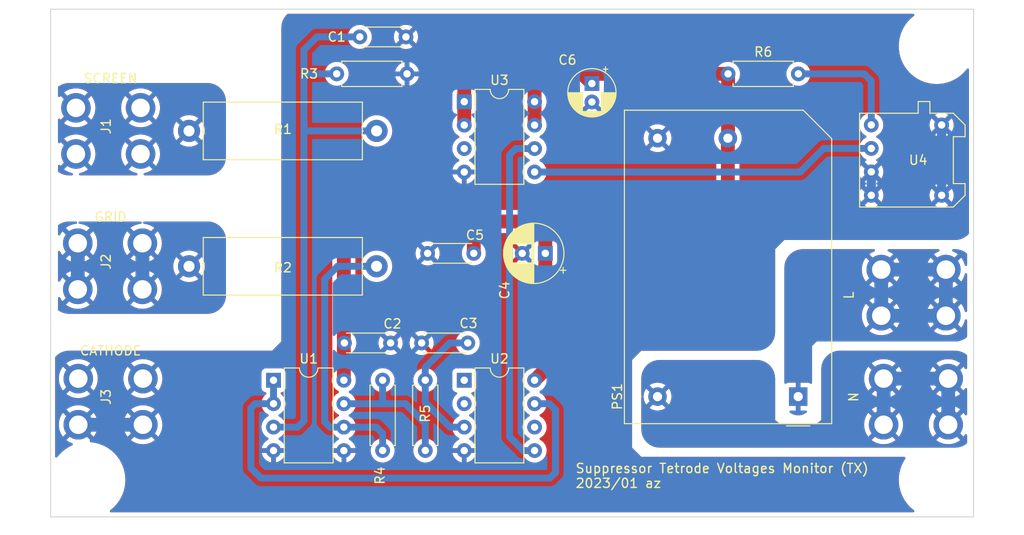
<source format=kicad_pcb>
(kicad_pcb (version 20211014) (generator pcbnew)

  (general
    (thickness 1.6)
  )

  (paper "A4")
  (layers
    (0 "F.Cu" signal)
    (31 "B.Cu" signal)
    (32 "B.Adhes" user "B.Adhesive")
    (33 "F.Adhes" user "F.Adhesive")
    (34 "B.Paste" user)
    (35 "F.Paste" user)
    (36 "B.SilkS" user "B.Silkscreen")
    (37 "F.SilkS" user "F.Silkscreen")
    (38 "B.Mask" user)
    (39 "F.Mask" user)
    (40 "Dwgs.User" user "User.Drawings")
    (41 "Cmts.User" user "User.Comments")
    (42 "Eco1.User" user "User.Eco1")
    (43 "Eco2.User" user "User.Eco2")
    (44 "Edge.Cuts" user)
    (45 "Margin" user)
    (46 "B.CrtYd" user "B.Courtyard")
    (47 "F.CrtYd" user "F.Courtyard")
    (48 "B.Fab" user)
    (49 "F.Fab" user)
    (50 "User.1" user)
    (51 "User.2" user)
    (52 "User.3" user)
    (53 "User.4" user)
    (54 "User.5" user)
    (55 "User.6" user)
    (56 "User.7" user)
    (57 "User.8" user)
    (58 "User.9" user)
  )

  (setup
    (stackup
      (layer "F.SilkS" (type "Top Silk Screen"))
      (layer "F.Paste" (type "Top Solder Paste"))
      (layer "F.Mask" (type "Top Solder Mask") (thickness 0.01))
      (layer "F.Cu" (type "copper") (thickness 0.035))
      (layer "dielectric 1" (type "core") (thickness 1.51) (material "FR4") (epsilon_r 4.5) (loss_tangent 0.02))
      (layer "B.Cu" (type "copper") (thickness 0.035))
      (layer "B.Mask" (type "Bottom Solder Mask") (thickness 0.01))
      (layer "B.Paste" (type "Bottom Solder Paste"))
      (layer "B.SilkS" (type "Bottom Silk Screen"))
      (copper_finish "None")
      (dielectric_constraints no)
    )
    (pad_to_mask_clearance 0)
    (pcbplotparams
      (layerselection 0x0001000_ffffffff)
      (disableapertmacros false)
      (usegerberextensions true)
      (usegerberattributes true)
      (usegerberadvancedattributes true)
      (creategerberjobfile false)
      (svguseinch false)
      (svgprecision 6)
      (excludeedgelayer true)
      (plotframeref false)
      (viasonmask false)
      (mode 1)
      (useauxorigin false)
      (hpglpennumber 1)
      (hpglpenspeed 20)
      (hpglpendiameter 15.000000)
      (dxfpolygonmode true)
      (dxfimperialunits true)
      (dxfusepcbnewfont true)
      (psnegative false)
      (psa4output false)
      (plotreference true)
      (plotvalue true)
      (plotinvisibletext false)
      (sketchpadsonfab false)
      (subtractmaskfromsilk false)
      (outputformat 1)
      (mirror false)
      (drillshape 0)
      (scaleselection 1)
      (outputdirectory "gerber/")
    )
  )

  (net 0 "")
  (net 1 "+5V")
  (net 2 "GND")
  (net 3 "/SCR")
  (net 4 "/GRID")
  (net 5 "Net-(C1-Pad1)")
  (net 6 "Net-(R2-Pad2)")
  (net 7 "Net-(R4-Pad2)")
  (net 8 "Net-(C3-Pad1)")
  (net 9 "Net-(U1-Pad1)")
  (net 10 "unconnected-(U2-Pad1)")
  (net 11 "Net-(U2-Pad5)")
  (net 12 "unconnected-(U2-Pad2)")
  (net 13 "unconnected-(U2-Pad6)")
  (net 14 "Net-(R6-Pad2)")
  (net 15 "/N")
  (net 16 "/L")
  (net 17 "unconnected-(U3-Pad3)")
  (net 18 "Net-(U3-Pad5)")

  (footprint "Resistor_THT:R_Axial_DIN0207_L6.3mm_D2.5mm_P7.62mm_Horizontal" (layer "F.Cu") (at 101 69))

  (footprint "MountingHole:MountingHole_2.2mm_M2" (layer "F.Cu") (at 166 113))

  (footprint "my_library:Versatile_Link" (layer "F.Cu") (at 164 72))

  (footprint "Package_DIP:DIP-8_W7.62mm" (layer "F.Cu") (at 94.152666 102.2))

  (footprint "my_library:Keystone_PC_screw_terminal" (layer "F.Cu") (at 68.001 104.021 90))

  (footprint "Resistor_THT:R_Axial_DIN0617_L17.0mm_D6.0mm_P20.32mm_Horizontal" (layer "F.Cu") (at 85 89.8525))

  (footprint "Capacitor_THT:C_Disc_D4.3mm_W1.9mm_P5.00mm" (layer "F.Cu") (at 115.85 88.45 180))

  (footprint "MountingHole:MountingHole_2.2mm_M2" (layer "F.Cu") (at 166 66))

  (footprint "Capacitor_THT:CP_Radial_D6.3mm_P2.50mm" (layer "F.Cu") (at 123.6 88.45 180))

  (footprint "Capacitor_THT:C_Disc_D4.3mm_W1.9mm_P5.00mm" (layer "F.Cu") (at 103.5 65))

  (footprint "Capacitor_THT:C_Disc_D4.3mm_W1.9mm_P5.00mm" (layer "F.Cu") (at 101.833811 98.157762))

  (footprint "Capacitor_THT:CP_Radial_D5.0mm_P2.00mm" (layer "F.Cu") (at 128.65 70.05 -90))

  (footprint "my_library:Keystone_PC_screw_terminal" (layer "F.Cu") (at 155 92.21 90))

  (footprint "Resistor_THT:R_Axial_DIN0617_L17.0mm_D6.0mm_P20.32mm_Horizontal" (layer "F.Cu") (at 85 75.184))

  (footprint "Resistor_THT:R_Axial_DIN0207_L6.3mm_D2.5mm_P7.62mm_Horizontal" (layer "F.Cu") (at 143.4 69))

  (footprint "Resistor_THT:R_Axial_DIN0207_L6.3mm_D2.5mm_P7.62mm_Horizontal" (layer "F.Cu") (at 105.974444 109.81 90))

  (footprint "MountingHole:MountingHole_2.2mm_M2" (layer "F.Cu") (at 74 113))

  (footprint "my_library:Keystone_PC_screw_terminal" (layer "F.Cu") (at 155.254 104.021 90))

  (footprint "my_library:Keystone_PC_screw_terminal" (layer "F.Cu") (at 67.747 74.684 90))

  (footprint "Capacitor_THT:C_Disc_D4.3mm_W1.9mm_P5.00mm" (layer "F.Cu") (at 115.2 98.157762 180))

  (footprint "Resistor_THT:R_Axial_DIN0207_L6.3mm_D2.5mm_P7.62mm_Horizontal" (layer "F.Cu") (at 110.596222 109.81 90))

  (footprint "Package_DIP:DIP-8_W7.62mm" (layer "F.Cu") (at 114.818 72.019))

  (footprint "my_library:Keystone_PC_screw_terminal" (layer "F.Cu") (at 67.945 89.3525 90))

  (footprint "MountingHole:MountingHole_2.2mm_M2" (layer "F.Cu") (at 74 66))

  (footprint "Converter_ACDC:Converter_ACDC_RECOM_RAC01-xxSGB_THT" (layer "F.Cu") (at 151 103.97 90))

  (footprint "Package_DIP:DIP-8_W7.62mm" (layer "F.Cu") (at 114.818 102.2))

  (gr_rect (start 70 62) (end 170 117) (layer "Edge.Cuts") (width 0.1) (fill none) (tstamp 10d897cd-b73e-4f5d-a656-ec910cae761f))
  (gr_text "GRID" (at 76.5 84.5) (layer "F.SilkS") (tstamp 58619200-b6d6-4679-92d1-d0b7beb0cc14)
    (effects (font (size 1 1) (thickness 0.15)))
  )
  (gr_text "SCREEN" (at 76.5 69.5) (layer "F.SilkS") (tstamp 99dc0a7b-6f2e-469e-8530-2cb2ac0d377b)
    (effects (font (size 1 1) (thickness 0.15)))
  )
  (gr_text "CATHODE" (at 76.5 99) (layer "F.SilkS") (tstamp b340d891-744e-4213-81be-c39d26ecb636)
    (effects (font (size 1 1) (thickness 0.15)))
  )
  (gr_text "Suppressor Tetrode Voltages Monitor (TX)\n2023/01 az" (at 126.8 112.55) (layer "F.SilkS") (tstamp c3efc1ff-10e2-4479-a5fb-c793a636bf57)
    (effects (font (size 1 1) (thickness 0.15)) (justify left))
  )

  (segment (start 122.438 74.559) (end 122.438 69.562) (width 1.5) (layer "F.Cu") (net 1) (tstamp 0d8a0376-bcdb-4ab3-9a9f-f24fba933547))
  (segment (start 115.85 85.1) (end 115.85 88.45) (width 1.5) (layer "F.Cu") (net 1) (tstamp 15feb7c3-a4bd-4bca-a8c6-4324e3683fe5))
  (segment (start 114.818 70.182) (end 114.818 74.559) (width 1.5) (layer "F.Cu") (net 1) (tstamp 1f3b73f0-fe70-4ff1-aa41-6ba1374912da))
  (segment (start 123 69) (end 116 69) (width 1.5) (layer "F.Cu") (net 1) (tstamp 2bc1f94a-dc1e-4410-a149-f67a43239568))
  (segment (start 114.935 85.065) (end 115 85) (width 1.5) (layer "F.Cu") (net 1) (tstamp 302f71e7-221e-4108-92c1-cb6009e0ebe5))
  (segment (start 143.4 69) (end 143.4 75.95) (width 1.5) (layer "F.Cu") (net 1) (tstamp 37d0967e-58d3-405c-b5ba-f97c79c70cd6))
  (segment (start 122.438 69.562) (end 123 69) (width 1.5) (layer "F.Cu") (net 1) (tstamp 42f553b7-80d8-4dfb-9539-89a3082a9db6))
  (segment (start 128.65 70.05) (end 127.6 69) (width 1.5) (layer "F.Cu") (net 1) (tstamp 65034e2b-7aa0-4ee9-a717-447e4d38bc29))
  (segment (start 110 85) (end 103 85) (width 1.5) (layer "F.Cu") (net 1) (tstamp 70e9ea83-d012-4027-a990-8da816d835cf))
  (segment (start 124.15 85) (end 123.6 85.55) (width 1.5) (layer "F.Cu") (net 1) (tstamp 732c675a-5fdb-4fc9-b154-bfc3aee28a64))
  (segment (start 121.75 85) (end 124.15 85) (width 1.5) (layer "F.Cu") (net 1) (tstamp 796eafc0-386c-4587-92e4-ec4a8f10338c))
  (segment (start 123.6 88.45) (end 123.6 101.038) (width 1.5) (layer "F.Cu") (net 1) (tstamp 7b00fe66-b45d-447a-9755-5c59db140001))
  (segment (start 132.1 85) (end 142.3 85) (width 1.5) (layer "F.Cu") (net 1) (tstamp 8a31a6e8-de50-46d8-9f88-57e4d3d98a89))
  (segment (start 110 85) (end 121.75 85) (width 1.5) (layer "F.Cu") (net 1) (tstamp 902a8fe3-dcec-4b8b-a0c0-506f07143c40))
  (segment (start 143.38 83.92) (end 143.38 75.97) (width 1.5) (layer "F.Cu") (net 1) (tstamp 98c43513-8860-41dc-a2f0-fdae0e69d69d))
  (segment (start 124.15 85) (end 132.1 85) (width 1.5) (layer "F.Cu") (net 1) (tstamp 98ce9caf-5efc-4885-b55b-9201117aef6e))
  (segment (start 126.9 69) (end 123 69) (width 1.5) (layer "F.Cu") (net 1) (tstamp a4b43827-6fa5-480b-9356-8eee1ec013b9))
  (segment (start 123.6 85.55) (end 123.6 88.45) (width 1.5) (layer "F.Cu") (net 1) (tstamp b0a35062-c6cd-4fd6-8c7f-d92fb5c5eb06))
  (segment (start 115.75 85) (end 115.85 85.1) (width 1.5) (layer "F.Cu") (net 1) (tstamp b347e90a-c999-4b14-a9d3-2b2d4d1014e6))
  (segment (start 101.772666 86.227334) (end 101.772666 102.2) (width 1.5) (layer "F.Cu") (net 1) (tstamp cba6048c-3e80-4746-a03e-9fcc648801ec))
  (segment (start 127.6 69) (end 126.9 69) (width 1.5) (layer "F.Cu") (net 1) (tstamp cfc0b305-12ef-4ece-9499-94ac87135da5))
  (segment (start 103 85) (end 101.772666 86.227334) (width 1.5) (layer "F.Cu") (net 1) (tstamp e2768892-92d0-420b-80b6-ca25df780e0d))
  (segment (start 116 69) (end 114.818 70.182) (width 1.5) (layer "F.Cu") (net 1) (tstamp ec50124c-ea21-4f3e-b706-8d66736f35ef))
  (segment (start 142.3 85) (end 143.38 83.92) (width 1.5) (layer "F.Cu") (net 1) (tstamp f1998a91-9f42-4215-b1f0-05a1d80e24af))
  (segment (start 143.4 75.95) (end 143.38 75.97) (width 1.5) (layer "F.Cu") (net 1) (tstamp f3ef1f48-05eb-46a2-8fb5-f8adda5a161f))
  (segment (start 123.6 101.038) (end 122.438 102.2) (width 1.5) (layer "F.Cu") (net 1) (tstamp f82d140c-d606-4378-bd01-b30898ed458e))
  (segment (start 143.4 69) (end 126.9 69) (width 1.5) (layer "F.Cu") (net 1) (tstamp f9a986db-a4e6-4926-9e20-a0a6920634da))
  (segment (start 73.001 107.021) (end 80.001 107.021) (width 1.5) (layer "B.Cu") (net 2) (tstamp 23cdda92-c013-4d6f-9bc6-a61ef7fceb40))
  (segment (start 158.92 79.62) (end 158.92 82.16) (width 1) (layer "B.Cu") (net 2) (tstamp 3ff6d7e0-f156-4850-a4b4-2f4a08132f53))
  (segment (start 166.54 74.54) (end 166.54 82.16) (width 1) (layer "B.Cu") (net 2) (tstamp ed921c6f-8d9e-46f5-a9c5-0c7acb2ad24a))
  (segment (start 79.945 87.3525) (end 79.945 92.3525) (width 1.5) (layer "B.Cu") (net 4) (tstamp 71c01010-0106-4587-bcd1-f53aca504cd0))
  (segment (start 72.945 87.3525) (end 72.945 92.3525) (width 1.5) (layer "B.Cu") (net 4) (tstamp 9ad7dd6f-e1bb-469f-88cd-574f3ab948b8))
  (segment (start 97.7 69) (end 97.45 68.75) (width 0.75) (layer "B.Cu") (net 5) (tstamp 034e5175-6fdf-4019-8137-bb432d43cd73))
  (segment (start 97.45 73.75) (end 97.45 106.6) (width 0.75) (layer "B.Cu") (net 5) (tstamp 23981d70-44d8-4933-9df2-a324bbdc0161))
  (segment (start 101 69) (end 97.7 69) (width 0.75) (layer "B.Cu") (net 5) (tstamp 2bac8198-4fab-430d-bc10-0be00b66caa6))
  (segment (start 96.77 107.28) (end 94.152666 107.28) (width 0.75) (layer "B.Cu") (net 5) (tstamp 41903a16-76ea-4af3-87cc-dea7d4847e3d))
  (segment (start 97.466 75.184) (end 97.45 75.2) (width 0.75) (layer "B.Cu") (net 5) (tstamp 500be781-dcbb-4d71-aa39-5dc1c0b2a28b))
  (segment (start 97.45 66.4) (end 98.85 65) (width 0.75) (layer "B.Cu") (net 5) (tstamp 57a63c99-7f7e-48cb-8e61-8ef0276bf28a))
  (segment (start 97.45 106.6) (end 96.77 107.28) (width 0.75) (layer "B.Cu") (net 5) (tstamp 9a12f3ed-e339-4e17-9906-03838ffed472))
  (segment (start 97.45 73.75) (end 97.45 68.75) (width 0.75) (layer "B.Cu") (net 5) (tstamp a089e374-6f01-43ca-bbfd-0e4f37c4fbab))
  (segment (start 97.45 75.2) (end 97.45 73.75) (width 0.75) (layer "B.Cu") (net 5) (tstamp ac8ae473-0b71-4b6a-bc46-73c7d97d7bca))
  (segment (start 105.32 75.184) (end 97.466 75.184) (width 0.75) (layer "B.Cu") (net 5) (tstamp aff7b656-725d-4a36-bd1d-dfb618d9818f))
  (segment (start 98.85 65) (end 103.5 65) (width 0.75) (layer "B.Cu") (net 5) (tstamp b1732192-b494-4a36-addb-26723b91fd64))
  (segment (start 97.45 68.75) (end 97.45 66.4) (width 0.75) (layer "B.Cu") (net 5) (tstamp ea0b67e2-d1bf-4b8b-bdb2-011c9a845cff))
  (segment (start 101.0975 89.8525) (end 105.32 89.8525) (width 0.75) (layer "B.Cu") (net 6) (tstamp 1500bc6d-488f-4764-b153-0ba41d4698e5))
  (segment (start 101.772666 107.28) (end 100.28 107.28) (width 0.75) (layer "B.Cu") (net 6) (tstamp 2b5d62e2-f1d0-4ec7-8285-52de9c2ef7e5))
  (segment (start 100.28 107.28) (end 99.7 106.7) (width 0.75) (layer "B.Cu") (net 6) (tstamp 400fd71a-d171-45c5-8f63-a8b23907fd93))
  (segment (start 105.974444 107.974444) (end 105.974444 109.81) (width 0.75) (layer "B.Cu") (net 6) (tstamp 671ec6dc-9e25-47f0-8d33-59538c8e3f16))
  (segment (start 101.772666 107.28) (end 105.28 107.28) (width 0.75) (layer "B.Cu") (net 6) (tstamp 97ce4ca1-90e1-4b80-a60b-c39d49b74dc5))
  (segment (start 99.7 106.7) (end 99.7 91.25) (width 0.75) (layer "B.Cu") (net 6) (tstamp b5f7e475-e5dd-4bc2-ab5f-6e3a27b2afa2))
  (segment (start 99.7 91.25) (end 101.0975 89.8525) (width 0.75) (layer "B.Cu") (net 6) (tstamp d4767c08-4571-423f-b576-4515bfad4eb0))
  (segment (start 105.28 107.28) (end 105.974444 107.974444) (width 0.75) (layer "B.Cu") (net 6) (tstamp fd87e10d-7ac8-4589-9842-bb5475c4446e))
  (segment (start 105.974444 102.19) (end 105.974444 104.725556) (width 0.75) (layer "B.Cu") (net 7) (tstamp 2f7fcb1c-3197-40b1-bbc1-17d3b943aa7d))
  (segment (start 101.772666 104.74) (end 105.96 104.74) (width 0.75) (layer "B.Cu") (net 7) (tstamp 521008ec-bffe-467b-8bbf-dadc61fbc036))
  (segment (start 108.44 104.74) (end 110.596222 106.896222) (width 0.75) (layer "B.Cu") (net 7) (tstamp 93d5a956-4e5c-48c0-a901-4e1ce797ca72))
  (segment (start 110.596222 106.896222) (end 110.596222 109.81) (width 0.75) (layer "B.Cu") (net 7) (tstamp af083a2f-696e-44c3-b92e-666559aaba41))
  (segment (start 105.974444 104.725556) (end 105.96 104.74) (width 0.75) (layer "B.Cu") (net 7) (tstamp dae662bd-3130-4b02-9d4a-363f376f480f))
  (segment (start 105.96 104.74) (end 108.44 104.74) (width 0.75) (layer "B.Cu") (net 7) (tstamp f0372b72-1f14-4ea0-bfbb-21eb5dbe3e31))
  (segment (start 113.242238 98.157762) (end 110.596222 100.803778) (width 0.75) (layer "B.Cu") (net 8) (tstamp 0612c441-3035-4e01-afc5-6aed09ceea73))
  (segment (start 110.596222 104.596222) (end 113.28 107.28) (width 0.75) (layer "B.Cu") (net 8) (tstamp 800cb731-11db-4b59-9f75-36451b6237d2))
  (segment (start 113.28 107.28) (end 114.818 107.28) (width 0.75) (layer "B.Cu") (net 8) (tstamp a15bea08-6611-4131-9138-a5549dfb47b6))
  (segment (start 110.596222 100.803778) (end 110.596222 102.19) (width 0.75) (layer "B.Cu") (net 8) (tstamp d0fefb1e-733e-4d80-b700-169d73b62fc7))
  (segment (start 115.2 98.157762) (end 113.242238 98.157762) (width 0.75) (layer "B.Cu") (net 8) (tstamp e2598f35-c383-4ffc-8c4a-2987708bf0a3))
  (segment (start 110.596222 102.19) (end 110.596222 104.596222) (width 0.75) (layer "B.Cu") (net 8) (tstamp fdd572bf-364c-4bcd-8e70-e92fd00a6590))
  (segment (start 94.152666 104.74) (end 92.16 104.74) (width 0.75) (layer "B.Cu") (net 9) (tstamp 1bf3ee02-c254-4d98-bedd-49388f4b96cf))
  (segment (start 91.7 111.7) (end 92.8 112.8) (width 0.75) (layer "B.Cu") (net 9) (tstamp 2e2b4f19-15c0-4c11-88ba-af4641f5ecf9))
  (segment (start 92.8 112.8) (end 124.1 112.8) (width 0.75) (layer "B.Cu") (net 9) (tstamp 5c9f8203-cebb-453d-9ccf-82031b3a19ff))
  (segment (start 124.04 104.74) (end 122.438 104.74) (width 0.75) (layer "B.Cu") (net 9) (tstamp 679c9151-ddde-4807-9fca-a5b3469bae72))
  (segment (start 124.1 112.8) (end 124.7 112.2) (width 0.75) (layer "B.Cu") (net 9) (tstamp 6cfbffaf-0ad7-43b1-8630-eb09a96bfb17))
  (segment (start 92.16 104.74) (end 91.7 105.2) (width 0.75) (layer "B.Cu") (net 9) (tstamp 8f2330bb-bd81-4631-a947-667534dfcafe))
  (segment (start 124.7 112.2) (end 124.7 105.4) (width 0.75) (layer "B.Cu") (net 9) (tstamp 91fb7e8e-2416-4db6-8776-920cb1710f98))
  (segment (start 124.7 105.4) (end 124.04 104.74) (width 0.75) (layer "B.Cu") (net 9) (tstamp b82e7c44-58fa-4837-ba32-7dd0862b0208))
  (segment (start 91.7 105.2) (end 91.7 111.7) (width 0.75) (layer "B.Cu") (net 9) (tstamp ec10ad5a-9d94-4d29-872b-420ca45b5e4d))
  (segment (start 94.152666 102.2) (end 94.152666 104.74) (width 0.75) (layer "B.Cu") (net 9) (tstamp ed6ede60-9336-477a-9483-7be566f5b4cb))
  (segment (start 121.18 109.78) (end 121.18 109.82) (width 0.75) (layer "B.Cu") (net 11) (tstamp 254e66ef-d4b6-465b-be35-ad96ed77af1a))
  (segment (start 119.725489 108.325489) (end 121.18 109.78) (width 0.75) (layer "B.Cu") (net 11) (tstamp b459cd4e-2a59-4d36-a6c8-182bf1a77c93))
  (segment (start 120.401 77.099) (end 119.725489 77.774511) (width 0.75) (layer "B.Cu") (net 11) (tstamp bdd15905-6c1e-48d0-b2fe-c41718fb3286))
  (segment (start 119.725489 77.774511) (end 119.725489 108.325489) (width 0.75) (layer "B.Cu") (net 11) (tstamp c422545a-de65-4e06-bd9a-ee5945c74c24))
  (segment (start 122.438 77.099) (end 120.401 77.099) (width 0.75) (layer "B.Cu") (net 11) (tstamp cd19d1d6-030e-4cc3-ad2b-662962b36daf))
  (segment (start 121.18 109.82) (end 122.438 109.82) (width 0.75) (layer "B.Cu") (net 11) (tstamp d148f736-9fc5-4ed6-b85e-70cbca7f0c60))
  (segment (start 158.15 69) (end 158.92 69.77) (width 0.75) (layer "B.Cu") (net 14) (tstamp 0a2d2035-8a62-4561-bdf6-04d9072f8432))
  (segment (start 158.92 69.77) (end 158.92 74.54) (width 0.75) (layer "B.Cu") (net 14) (tstamp 0e0fbdfa-8052-41e0-bf00-e05f59d5d16f))
  (segment (start 151.02 69) (end 158.15 69) (width 0.75) (layer "B.Cu") (net 14) (tstamp a62acd7b-3704-4e13-b1ea-365dd7ad0672))
  (segment (start 167.254 102.021) (end 167.254 107.021) (width 1.5) (layer "B.Cu") (net 15) (tstamp 20f98130-5a22-4572-bd66-5ee672c51e49))
  (segment (start 160.254 102.021) (end 167.254 102.021) (width 1.5) (layer "B.Cu") (net 15) (tstamp 902bdc98-c30c-4e9c-af5a-5bcbf9f133fe))
  (segment (start 160.254 102.021) (end 160.254 107.021) (width 1.5) (layer "B.Cu") (net 15) (tstamp d54838dc-527c-406c-9b74-4ff16963ca49))
  (segment (start 167 95.21) (end 160 95.21) (width 1.5) (layer "B.Cu") (net 16) (tstamp 16965477-0b5e-467d-928c-8cd018e8eafd))
  (segment (start 160 90.21) (end 160 95.21) (width 1.5) (layer "B.Cu") (net 16) (tstamp b42bc5af-40cb-49b9-8d09-3665b7d3969b))
  (segment (start 167 95.21) (end 167 90.21) (width 1.5) (layer "B.Cu") (net 16) (tstamp e60252dd-706c-49b9-b91c-aa000f530128))
  (segment (start 160 90.21) (end 167 90.21) (width 1.5) (layer "B.Cu") (net 16) (tstamp fa0ce756-9f55-45e2-9dbf-004e9bb7291b))
  (segment (start 122.438 79.639) (end 151.211 79.639) (width 0.75) (layer "B.Cu") (net 18) (tstamp 689cb426-0710-4f61-87de-81b5add45036))
  (segment (start 153.77 77.08) (end 158.92 77.08) (width 0.75) (layer "B.Cu") (net 18) (tstamp b5533e76-37fd-491f-874a-27d1b541548f))
  (segment (start 151.211 79.639) (end 153.77 77.08) (width 0.75) (layer "B.Cu") (net 18) (tstamp d0cee678-841d-41d0-b06b-3ec0c05aa0c6))

  (zone (net 3) (net_name "/SCR") (layers F&B.Cu) (tstamp 24e4b0fd-9bbb-4147-a390-c76f91b7d13b) (hatch edge 0.508)
    (connect_pads (clearance 0.8))
    (min_thickness 0.254) (filled_areas_thickness no)
    (fill yes (thermal_gap 0.508) (thermal_bridge_width 0.508) (smoothing fillet) (radius 2))
    (polygon
      (pts
        (xy 89 71)
        (xy 89 79)
        (xy 89 80)
        (xy 65 80)
        (xy 65 70)
        (xy 89 70)
      )
    )
    (filled_polygon
      (layer "F.Cu")
      (pts
        (xy 87.004487 70.000321)
        (xy 87.053871 70.003853)
        (xy 87.27565 70.019715)
        (xy 87.293433 70.022272)
        (xy 87.554658 70.079098)
        (xy 87.5719 70.08416)
        (xy 87.822393 70.177589)
        (xy 87.83874 70.185055)
        (xy 88.073375 70.313176)
        (xy 88.088498 70.322895)
        (xy 88.30251 70.483103)
        (xy 88.316096 70.494876)
        (xy 88.505124 70.683904)
        (xy 88.516897 70.69749)
        (xy 88.677105 70.911502)
        (xy 88.686824 70.926625)
        (xy 88.814945 71.16126)
        (xy 88.822411 71.177607)
        (xy 88.904531 71.397779)
        (xy 88.915839 71.428097)
        (xy 88.920902 71.445342)
        (xy 88.977728 71.706567)
        (xy 88.980285 71.72435)
        (xy 88.987743 71.828627)
        (xy 88.999679 71.995513)
        (xy 89 72.004501)
        (xy 89 77.995499)
        (xy 88.999679 78.004487)
        (xy 88.980286 78.275645)
        (xy 88.977728 78.293433)
        (xy 88.976578 78.298721)
        (xy 88.920903 78.554654)
        (xy 88.91584 78.5719)
        (xy 88.822411 78.822393)
        (xy 88.814945 78.83874)
        (xy 88.686824 79.073375)
        (xy 88.677105 79.088498)
        (xy 88.516897 79.30251)
        (xy 88.505124 79.316096)
        (xy 88.316096 79.505124)
        (xy 88.30251 79.516897)
        (xy 88.088498 79.677105)
        (xy 88.073375 79.686824)
        (xy 87.83874 79.814945)
        (xy 87.822393 79.822411)
        (xy 87.5719 79.91584)
        (xy 87.554658 79.920902)
        (xy 87.293433 79.977728)
        (xy 87.27565 79.980285)
        (xy 87.053871 79.996147)
        (xy 87.004487 79.999679)
        (xy 86.995499 80)
        (xy 80.203012 80)
        (xy 80.134891 79.979998)
        (xy 80.088398 79.926342)
        (xy 80.078294 79.856068)
        (xy 80.107788 79.791488)
        (xy 80.171039 79.752124)
        (xy 80.416786 79.687654)
        (xy 80.424902 79.684923)
        (xy 80.682521 79.578213)
        (xy 80.690183 79.57441)
        (xy 80.930933 79.433727)
        (xy 80.93802 79.42891)
        (xy 81.032883 79.354529)
        (xy 81.041353 79.34267)
        (xy 81.034836 79.331046)
        (xy 79.759812 78.056022)
        (xy 79.745868 78.048408)
        (xy 79.744035 78.048539)
        (xy 79.73742 78.05279)
        (xy 78.458917 79.331293)
        (xy 78.451625 79.344647)
        (xy 78.45868 79.35462)
        (xy 78.501757 79.390637)
        (xy 78.508694 79.395677)
        (xy 78.744895 79.543846)
        (xy 78.752446 79.547895)
        (xy 79.006581 79.66264)
        (xy 79.014612 79.665627)
        (xy 79.281967 79.744822)
        (xy 79.290319 79.746689)
        (xy 79.308363 79.74945)
        (xy 79.372675 79.779526)
        (xy 79.410516 79.839597)
        (xy 79.409874 79.910591)
        (xy 79.370952 79.969967)
        (xy 79.306107 79.998875)
        (xy 79.289304 80)
        (xy 73.203012 80)
        (xy 73.134891 79.979998)
        (xy 73.088398 79.926342)
        (xy 73.078294 79.856068)
        (xy 73.107788 79.791488)
        (xy 73.171039 79.752124)
        (xy 73.416786 79.687654)
        (xy 73.424902 79.684923)
        (xy 73.682521 79.578213)
        (xy 73.690183 79.57441)
        (xy 73.930933 79.433727)
        (xy 73.93802 79.42891)
        (xy 74.032883 79.354529)
        (xy 74.041353 79.34267)
        (xy 74.034836 79.331046)
        (xy 72.759812 78.056022)
        (xy 72.745868 78.048408)
        (xy 72.744035 78.048539)
        (xy 72.73742 78.05279)
        (xy 71.458917 79.331293)
        (xy 71.451625 79.344647)
        (xy 71.45868 79.35462)
        (xy 71.501757 79.390637)
        (xy 71.508694 79.395677)
        (xy 71.744895 79.543846)
        (xy 71.752446 79.547895)
        (xy 72.006581 79.66264)
        (xy 72.014612 79.665627)
        (xy 72.281967 79.744822)
        (xy 72.290319 79.746689)
        (xy 72.308363 79.74945)
        (xy 72.372675 79.779526)
        (xy 72.410516 79.839597)
        (xy 72.409874 79.910591)
        (xy 72.370952 79.969967)
        (xy 72.306107 79.998875)
        (xy 72.289304 80)
        (xy 72.004501 80)
        (xy 71.995513 79.999679)
        (xy 71.946129 79.996147)
        (xy 71.72435 79.980285)
        (xy 71.706567 79.977728)
        (xy 71.445342 79.920902)
        (xy 71.4281 79.91584)
        (xy 71.177607 79.822411)
        (xy 71.16126 79.814945)
        (xy 70.926625 79.686824)
        (xy 70.911507 79.677109)
        (xy 70.85049 79.631432)
        (xy 70.807944 79.574596)
        (xy 70.8 79.530564)
        (xy 70.8 78.978652)
        (xy 70.820002 78.910531)
        (xy 70.873658 78.864038)
        (xy 70.943932 78.853934)
        (xy 71.008512 78.883428)
        (xy 71.02984 78.907285)
        (xy 71.074432 78.972167)
        (xy 71.084685 78.98051)
        (xy 71.098426 78.973364)
        (xy 72.374978 77.696812)
        (xy 72.381356 77.685132)
        (xy 73.111408 77.685132)
        (xy 73.111539 77.686965)
        (xy 73.11579 77.69358)
        (xy 74.394264 78.972054)
        (xy 74.406474 78.978721)
        (xy 74.417973 78.970032)
        (xy 74.528464 78.819617)
        (xy 74.533048 78.812393)
        (xy 74.666099 78.567346)
        (xy 74.669667 78.559553)
        (xy 74.768227 78.298721)
        (xy 74.770704 78.290515)
        (xy 74.832954 78.018718)
        (xy 74.834294 78.010257)
        (xy 74.859243 77.730715)
        (xy 74.859489 77.725776)
        (xy 74.8599 77.686485)
        (xy 74.859757 77.681519)
        (xy 74.85871 77.666154)
        (xy 77.634437 77.666154)
        (xy 77.650488 77.944533)
        (xy 77.651561 77.953033)
        (xy 77.705246 78.226664)
        (xy 77.707457 78.234916)
        (xy 77.797782 78.498736)
        (xy 77.801097 78.506621)
        (xy 77.926389 78.755736)
        (xy 77.930745 78.763102)
        (xy 78.074432 78.972166)
        (xy 78.084685 78.98051)
        (xy 78.098426 78.973364)
        (xy 79.374978 77.696812)
        (xy 79.381356 77.685132)
        (xy 80.111408 77.685132)
        (xy 80.111539 77.686965)
        (xy 80.11579 77.69358)
        (xy 81.394264 78.972054)
        (xy 81.406474 78.978721)
        (xy 81.417973 78.970032)
        (xy 81.528464 78.819617)
        (xy 81.533048 78.812393)
        (xy 81.666099 78.567346)
        (xy 81.669667 78.559553)
        (xy 81.768227 78.298721)
        (xy 81.770704 78.290515)
        (xy 81.832954 78.018718)
        (xy 81.834294 78.010257)
        (xy 81.859243 77.730715)
        (xy 81.859489 77.725776)
        (xy 81.8599 77.686485)
        (xy 81.859757 77.681519)
        (xy 81.840669 77.40152)
        (xy 81.839508 77.393046)
        (xy 81.782962 77.119998)
        (xy 81.780658 77.111744)
        (xy 81.687579 76.848897)
        (xy 81.684183 76.841049)
        (xy 81.556286 76.593254)
        (xy 81.551858 76.585942)
        (xy 81.53177 76.557359)
        (xy 83.991386 76.557359)
        (xy 84.000099 76.568879)
        (xy 84.088586 76.63376)
        (xy 84.096505 76.638708)
        (xy 84.312877 76.752547)
        (xy 84.321451 76.756275)
        (xy 84.552282 76.836885)
        (xy 84.561291 76.839299)
        (xy 84.801518 76.884908)
        (xy 84.810775 76.885962)
        (xy 85.055107 76.895563)
        (xy 85.06442 76.895237)
        (xy 85.307478 76.868618)
        (xy 85.316655 76.866917)
        (xy 85.553107 76.804665)
        (xy 85.561926 76.801628)
        (xy 85.786584 76.705107)
        (xy 85.794856 76.7008)
        (xy 86.002777 76.572135)
        (xy 86.00462 76.570796)
        (xy 86.012038 76.559541)
        (xy 86.005974 76.549184)
        (xy 85.012812 75.556022)
        (xy 84.998868 75.548408)
        (xy 84.997035 75.548539)
        (xy 84.99042 75.55279)
        (xy 83.998044 76.545166)
        (xy 83.991386 76.557359)
        (xy 81.53177 76.557359)
        (xy 81.418812 76.396636)
        (xy 81.40829 76.388256)
        (xy 81.394902 76.395308)
        (xy 80.119022 77.671188)
        (xy 80.111408 77.685132)
        (xy 79.381356 77.685132)
        (xy 79.382592 77.682868)
        (xy 79.382461 77.681035)
        (xy 79.37821 77.67442)
        (xy 78.09916 76.39537)
        (xy 78.08715 76.388811)
        (xy 78.07541 76.397779)
        (xy 77.953748 76.567091)
        (xy 77.949226 76.574385)
        (xy 77.818757 76.820799)
        (xy 77.815271 76.828627)
        (xy 77.719446 77.090481)
        (xy 77.717057 77.098704)
        (xy 77.657654 77.371151)
        (xy 77.656405 77.379607)
        (xy 77.634526 77.657604)
        (xy 77.634437 77.666154)
        (xy 74.85871 77.666154)
        (xy 74.840669 77.40152)
        (xy 74.839508 77.393046)
        (xy 74.782962 77.119998)
        (xy 74.780658 77.111744)
        (xy 74.687579 76.848897)
        (xy 74.684183 76.841049)
        (xy 74.556286 76.593254)
        (xy 74.551858 76.585942)
        (xy 74.418812 76.396636)
        (xy 74.40829 76.388256)
        (xy 74.394902 76.395308)
        (xy 73.119022 77.671188)
        (xy 73.111408 77.685132)
        (xy 72.381356 77.685132)
        (xy 72.382592 77.682868)
        (xy 72.382461 77.681035)
        (xy 72.37821 77.67442)
        (xy 71.09916 76.39537)
        (xy 71.08715 76.388811)
        (xy 71.075408 76.397781)
        (xy 71.028322 76.463308)
        (xy 70.972328 76.506956)
        (xy 70.901624 76.513402)
        (xy 70.83866 76.480599)
        (xy 70.803426 76.418963)
        (xy 70.8 76.389782)
        (xy 70.8 76.025359)
        (xy 71.452442 76.025359)
        (xy 71.458837 76.036627)
        (xy 72.734188 77.311978)
        (xy 72.748132 77.319592)
        (xy 72.749965 77.319461)
        (xy 72.75658 77.31521)
        (xy 74.034667 76.037123)
        (xy 74.041091 76.025359)
        (xy 78.452442 76.025359)
        (xy 78.458837 76.036627)
        (xy 79.734188 77.311978)
        (xy 79.748132 77.319592)
        (xy 79.749965 77.319461)
        (xy 79.75658 77.31521)
        (xy 81.034667 76.037123)
        (xy 81.041858 76.023954)
        (xy 81.034535 76.013716)
        (xy 80.974298 75.964413)
        (xy 80.967326 75.959457)
        (xy 80.72956 75.813754)
        (xy 80.72199 75.809796)
        (xy 80.466657 75.697714)
        (xy 80.458597 75.694812)
        (xy 80.190432 75.618424)
        (xy 80.182054 75.616642)
        (xy 79.905998 75.577353)
        (xy 79.897451 75.576726)
        (xy 79.618614 75.575265)
        (xy 79.610081 75.575802)
        (xy 79.333622 75.6122)
        (xy 79.325221 75.613894)
        (xy 79.056274 75.687469)
        (xy 79.048179 75.690288)
        (xy 78.791694 75.799688)
        (xy 78.784071 75.803572)
        (xy 78.544809 75.946767)
        (xy 78.537771 75.951658)
        (xy 78.460912 76.013233)
        (xy 78.452442 76.025359)
        (xy 74.041091 76.025359)
        (xy 74.041858 76.023954)
        (xy 74.034535 76.013716)
        (xy 73.974298 75.964413)
        (xy 73.967326 75.959457)
        (xy 73.72956 75.813754)
        (xy 73.72199 75.809796)
        (xy 73.466657 75.697714)
        (xy 73.458597 75.694812)
        (xy 73.190432 75.618424)
        (xy 73.182054 75.616642)
        (xy 72.905998 75.577353)
        (xy 72.897451 75.576726)
        (xy 72.618614 75.575265)
        (xy 72.610081 75.575802)
        (xy 72.333622 75.6122)
        (xy 72.325221 75.613894)
        (xy 72.056274 75.687469)
        (xy 72.048179 75.690288)
        (xy 71.791694 75.799688)
        (xy 71.784071 75.803572)
        (xy 71.544809 75.946767)
        (xy 71.537771 75.951658)
        (xy 71.460912 76.013233)
        (xy 71.452442 76.025359)
        (xy 70.8 76.025359)
        (xy 70.8 75.143835)
        (xy 83.288022 75.143835)
        (xy 83.299754 75.388064)
        (xy 83.300891 75.397324)
        (xy 83.348593 75.637143)
        (xy 83.351082 75.646118)
        (xy 83.433708 75.87625)
        (xy 83.437505 75.884778)
        (xy 83.553234 76.10016)
        (xy 83.558245 76.108027)
        (xy 83.615173 76.184263)
        (xy 83.626431 76.192712)
        (xy 83.63885 76.18594)
        (xy 84.627978 75.196812)
        (xy 84.634356 75.185132)
        (xy 85.364408 75.185132)
        (xy 85.364539 75.186965)
        (xy 85.36879 75.19358)
        (xy 86.363732 76.188522)
        (xy 86.376112 76.195282)
        (xy 86.384453 76.189038)
        (xy 86.5027 76.005202)
        (xy 86.507147 75.997011)
        (xy 86.607572 75.774076)
        (xy 86.610767 75.765298)
        (xy 86.677135 75.529973)
        (xy 86.678993 75.520844)
        (xy 86.710044 75.27677)
        (xy 86.710525 75.270483)
        (xy 86.712706 75.18716)
        (xy 86.712555 75.180851)
        (xy 86.694321 74.935486)
        (xy 86.692944 74.92628)
        (xy 86.638979 74.687786)
        (xy 86.636255 74.678875)
        (xy 86.547633 74.450983)
        (xy 86.543619 74.442567)
        (xy 86.422284 74.230276)
        (xy 86.417074 74.222553)
        (xy 86.385787 74.182865)
        (xy 86.373863 74.174395)
        (xy 86.362328 74.180882)
        (xy 85.372022 75.171188)
        (xy 85.364408 75.185132)
        (xy 84.634356 75.185132)
        (xy 84.635592 75.182868)
        (xy 84.635461 75.181035)
        (xy 84.63121 75.17442)
        (xy 83.636828 74.180038)
        (xy 83.62352 74.172771)
        (xy 83.613481 74.179893)
        (xy 83.608581 74.185784)
        (xy 83.603168 74.193373)
        (xy 83.476322 74.402409)
        (xy 83.472084 74.410726)
        (xy 83.377529 74.636214)
        (xy 83.374572 74.645052)
        (xy 83.314384 74.882042)
        (xy 83.312763 74.891232)
        (xy 83.288267 75.13451)
        (xy 83.288022 75.143835)
        (xy 70.8 75.143835)
        (xy 70.8 74.344647)
        (xy 71.451625 74.344647)
        (xy 71.45868 74.35462)
        (xy 71.501757 74.390637)
        (xy 71.508694 74.395677)
        (xy 71.744895 74.543846)
        (xy 71.752446 74.547895)
        (xy 72.006581 74.66264)
        (xy 72.014612 74.665627)
        (xy 72.281967 74.744822)
        (xy 72.290318 74.746689)
        (xy 72.565954 74.788867)
        (xy 72.574487 74.789583)
        (xy 72.853291 74.793963)
        (xy 72.861842 74.793514)
        (xy 73.138659 74.760016)
        (xy 73.147073 74.758411)
        (xy 73.416786 74.687654)
        (xy 73.424902 74.684923)
        (xy 73.682521 74.578213)
        (xy 73.690183 74.57441)
        (xy 73.930933 74.433727)
        (xy 73.93802 74.42891)
        (xy 74.032883 74.354529)
        (xy 74.039941 74.344647)
        (xy 78.451625 74.344647)
        (xy 78.45868 74.35462)
        (xy 78.501757 74.390637)
        (xy 78.508694 74.395677)
        (xy 78.744895 74.543846)
        (xy 78.752446 74.547895)
        (xy 79.006581 74.66264)
        (xy 79.014612 74.665627)
        (xy 79.281967 74.744822)
        (xy 79.290318 74.746689)
        (xy 79.565954 74.788867)
        (xy 79.574487 74.789583)
        (xy 79.853291 74.793963)
        (xy 79.861842 74.793514)
        (xy 80.138659 74.760016)
        (xy 80.147073 74.758411)
        (xy 80.416786 74.687654)
        (xy 80.424902 74.684923)
        (xy 80.682521 74.578213)
        (xy 80.690183 74.57441)
        (xy 80.930933 74.433727)
        (xy 80.93802 74.42891)
        (xy 81.032883 74.354529)
        (xy 81.041353 74.34267)
        (xy 81.034836 74.331046)
        (xy 79.759812 73.056022)
        (xy 79.745868 73.048408)
        (xy 79.744035 73.048539)
        (xy 79.73742 73.05279)
        (xy 78.458917 74.331293)
        (xy 78.451625 74.344647)
        (xy 74.039941 74.344647)
        (xy 74.041353 74.34267)
        (xy 74.034836 74.331046)
        (xy 72.759812 73.056022)
        (xy 72.745868 73.048408)
        (xy 72.744035 73.048539)
        (xy 72.73742 73.05279)
        (xy 71.458917 74.331293)
        (xy 71.451625 74.344647)
        (xy 70.8 74.344647)
        (xy 70.8 73.978652)
        (xy 70.820002 73.910531)
        (xy 70.873658 73.864038)
        (xy 70.943932 73.853934)
        (xy 71.008512 73.883428)
        (xy 71.02984 73.907285)
        (xy 71.074432 73.972167)
        (xy 71.084685 73.98051)
        (xy 71.098426 73.973364)
        (xy 72.374978 72.696812)
        (xy 72.381356 72.685132)
        (xy 73.111408 72.685132)
        (xy 73.111539 72.686965)
        (xy 73.11579 72.69358)
        (xy 74.394264 73.972054)
        (xy 74.406474 73.978721)
        (xy 74.417973 73.970032)
        (xy 74.528464 73.819617)
        (xy 74.533048 73.812393)
        (xy 74.666099 73.567346)
        (xy 74.669667 73.559553)
        (xy 74.768227 73.298721)
        (xy 74.770704 73.290515)
        (xy 74.832954 73.018718)
        (xy 74.834294 73.010257)
        (xy 74.859243 72.730715)
        (xy 74.859489 72.725776)
        (xy 74.8599 72.686485)
        (xy 74.859757 72.681519)
        (xy 74.85871 72.666154)
        (xy 77.634437 72.666154)
        (xy 77.650488 72.944533)
        (xy 77.651561 72.953033)
        (xy 77.705246 73.226664)
        (xy 77.707457 73.234916)
        (xy 77.797782 73.498736)
        (xy 77.801097 73.506621)
        (xy 77.926389 73.755736)
        (xy 77.930745 73.763102)
        (xy 78.074432 73.972166)
        (xy 78.084685 73.98051)
        (xy 78.098426 73.973364)
        (xy 79.374978 72.696812)
        (xy 79.381356 72.685132)
        (xy 80.111408 72.685132)
        (xy 80.111539 72.686965)
        (xy 80.11579 72.69358)
        (xy 81.394264 73.972054)
        (xy 81.406474 73.978721)
        (xy 81.417973 73.970032)
        (xy 81.528464 73.819617)
        (xy 81.533048 73.812393)
        (xy 81.534935 73.808917)
        (xy 83.98933 73.808917)
        (xy 83.993903 73.818693)
        (xy 84.987188 74.811978)
        (xy 85.001132 74.819592)
        (xy 85.002965 74.819461)
        (xy 85.00958 74.81521)
        (xy 86.002488 73.822302)
        (xy 86.008872 73.810612)
        (xy 85.99946 73.798502)
        (xy 85.873144 73.710873)
        (xy 85.865116 73.706145)
        (xy 85.64581 73.597995)
        (xy 85.637177 73.594507)
        (xy 85.404288 73.519958)
        (xy 85.395238 73.517785)
        (xy 85.153891 73.47848)
        (xy 85.144602 73.477668)
        (xy 84.900114 73.474467)
        (xy 84.890803 73.475037)
        (xy 84.648522 73.50801)
        (xy 84.639403 73.509948)
        (xy 84.404668 73.578367)
        (xy 84.395915 73.581639)
        (xy 84.173869 73.684004)
        (xy 84.165714 73.688524)
        (xy 83.998468 73.798175)
        (xy 83.98933 73.808917)
        (xy 81.534935 73.808917)
        (xy 81.666099 73.567346)
        (xy 81.669667 73.559553)
        (xy 81.768227 73.298721)
        (xy 81.770704 73.290515)
        (xy 81.832954 73.018718)
        (xy 81.834294 73.010257)
        (xy 81.859243 72.730715)
        (xy 81.859489 72.725776)
        (xy 81.8599 72.686485)
        (xy 81.859757 72.681519)
        (xy 81.840669 72.40152)
        (xy 81.839508 72.393046)
        (xy 81.782962 72.119998)
        (xy 81.780658 72.111744)
        (xy 81.687579 71.848897)
        (xy 81.684183 71.841049)
        (xy 81.556286 71.593254)
        (xy 81.551858 71.585942)
        (xy 81.418812 71.396636)
        (xy 81.40829 71.388256)
        (xy 81.394902 71.395308)
        (xy 80.119022 72.671188)
        (xy 80.111408 72.685132)
        (xy 79.381356 72.685132)
        (xy 79.382592 72.682868)
        (xy 79.382461 72.681035)
        (xy 79.37821 72.67442)
        (xy 78.09916 71.39537)
        (xy 78.08715 71.388811)
        (xy 78.07541 71.397779)
        (xy 77.953748 71.567091)
        (xy 77.949226 71.574385)
        (xy 77.818757 71.820799)
        (xy 77.815271 71.828627)
        (xy 77.719446 72.090481)
        (xy 77.717057 72.098704)
        (xy 77.657654 72.371151)
        (xy 77.656405 72.379607)
        (xy 77.634526 72.657604)
        (xy 77.634437 72.666154)
        (xy 74.85871 72.666154)
        (xy 74.840669 72.40152)
        (xy 74.839508 72.393046)
        (xy 74.782962 72.119998)
        (xy 74.780658 72.111744)
        (xy 74.687579 71.848897)
        (xy 74.684183 71.841049)
        (xy 74.556286 71.593254)
        (xy 74.551858 71.585942)
        (xy 74.418812 71.396636)
        (xy 74.40829 71.388256)
        (xy 74.394902 71.395308)
        (xy 73.119022 72.671188)
        (xy 73.111408 72.685132)
        (xy 72.381356 72.685132)
        (xy 72.382592 72.682868)
        (xy 72.382461 72.681035)
        (xy 72.37821 72.67442)
        (xy 71.09916 71.39537)
        (xy 71.08715 71.388811)
        (xy 71.075408 71.397781)
        (xy 71.028322 71.463308)
        (xy 70.972328 71.506956)
        (xy 70.901624 71.513402)
        (xy 70.83866 71.480599)
        (xy 70.803426 71.418963)
        (xy 70.8 71.389782)
        (xy 70.8 71.025359)
        (xy 71.452442 71.025359)
        (xy 71.458837 71.036627)
        (xy 72.734188 72.311978)
        (xy 72.748132 72.319592)
        (xy 72.749965 72.319461)
        (xy 72.75658 72.31521)
        (xy 74.034667 71.037123)
        (xy 74.041091 71.025359)
        (xy 78.452442 71.025359)
        (xy 78.458837 71.036627)
        (xy 79.734188 72.311978)
        (xy 79.748132 72.319592)
        (xy 79.749965 72.319461)
        (xy 79.75658 72.31521)
        (xy 81.034667 71.037123)
        (xy 81.041858 71.023954)
        (xy 81.034535 71.013716)
        (xy 80.974298 70.964413)
        (xy 80.967326 70.959457)
        (xy 80.72956 70.813754)
        (xy 80.72199 70.809796)
        (xy 80.466657 70.697714)
        (xy 80.458597 70.694812)
        (xy 80.190432 70.618424)
        (xy 80.182054 70.616642)
        (xy 79.905998 70.577353)
        (xy 79.897451 70.576726)
        (xy 79.618614 70.575265)
        (xy 79.610081 70.575802)
        (xy 79.333622 70.6122)
        (xy 79.325221 70.613894)
        (xy 79.056274 70.687469)
        (xy 79.048179 70.690288)
        (xy 78.791694 70.799688)
        (xy 78.784071 70.803572)
        (xy 78.544809 70.946767)
        (xy 78.537771 70.951658)
        (xy 78.460912 71.013233)
        (xy 78.452442 71.025359)
        (xy 74.041091 71.025359)
        (xy 74.041858 71.023954)
        (xy 74.034535 71.013716)
        (xy 73.974298 70.964413)
        (xy 73.967326 70.959457)
        (xy 73.72956 70.813754)
        (xy 73.72199 70.809796)
        (xy 73.466657 70.697714)
        (xy 73.458597 70.694812)
        (xy 73.190432 70.618424)
        (xy 73.182054 70.616642)
        (xy 72.905998 70.577353)
        (xy 72.897451 70.576726)
        (xy 72.618614 70.575265)
        (xy 72.610081 70.575802)
        (xy 72.333622 70.6122)
        (xy 72.325221 70.613894)
        (xy 72.056274 70.687469)
        (xy 72.048179 70.690288)
        (xy 71.791694 70.799688)
        (xy 71.784071 70.803572)
        (xy 71.544809 70.946767)
        (xy 71.537771 70.951658)
        (xy 71.460912 71.013233)
        (xy 71.452442 71.025359)
        (xy 70.8 71.025359)
        (xy 70.8 70.469436)
        (xy 70.820002 70.401315)
        (xy 70.85049 70.368568)
        (xy 70.911507 70.322891)
        (xy 70.926625 70.313176)
        (xy 71.16126 70.185055)
        (xy 71.177607 70.177589)
        (xy 71.4281 70.08416)
        (xy 71.445342 70.079098)
        (xy 71.706567 70.022272)
        (xy 71.72435 70.019715)
        (xy 71.946129 70.003853)
        (xy 71.995513 70.000321)
        (xy 72.004501 70)
        (xy 86.995499 70)
      )
    )
    (filled_polygon
      (layer "B.Cu")
      (pts
        (xy 87.004487 70.000321)
        (xy 87.053871 70.003853)
        (xy 87.27565 70.019715)
        (xy 87.293433 70.022272)
        (xy 87.554658 70.079098)
        (xy 87.5719 70.08416)
        (xy 87.822393 70.177589)
        (xy 87.83874 70.185055)
        (xy 88.073375 70.313176)
        (xy 88.088498 70.322895)
        (xy 88.30251 70.483103)
        (xy 88.316096 70.494876)
        (xy 88.505124 70.683904)
        (xy 88.516897 70.69749)
        (xy 88.677105 70.911502)
        (xy 88.686824 70.926625)
        (xy 88.814945 71.16126)
        (xy 88.822411 71.177607)
        (xy 88.904531 71.397779)
        (xy 88.915839 71.428097)
        (xy 88.920902 71.445342)
        (xy 88.977728 71.706567)
        (xy 88.980285 71.72435)
        (xy 88.987743 71.828627)
        (xy 88.999679 71.995513)
        (xy 89 72.004501)
        (xy 89 77.995499)
        (xy 88.999679 78.004487)
        (xy 88.980286 78.275645)
        (xy 88.977728 78.293433)
        (xy 88.976578 78.298721)
        (xy 88.920903 78.554654)
        (xy 88.91584 78.5719)
        (xy 88.822411 78.822393)
        (xy 88.814945 78.83874)
        (xy 88.686824 79.073375)
        (xy 88.677105 79.088498)
        (xy 88.516897 79.30251)
        (xy 88.505124 79.316096)
        (xy 88.316096 79.505124)
        (xy 88.30251 79.516897)
        (xy 88.088498 79.677105)
        (xy 88.073375 79.686824)
        (xy 87.83874 79.814945)
        (xy 87.822393 79.822411)
        (xy 87.5719 79.91584)
        (xy 87.554658 79.920902)
        (xy 87.293433 79.977728)
        (xy 87.27565 79.980285)
        (xy 87.053871 79.996147)
        (xy 87.004487 79.999679)
        (xy 86.995499 80)
        (xy 80.203012 80)
        (xy 80.134891 79.979998)
        (xy 80.088398 79.926342)
        (xy 80.078294 79.856068)
        (xy 80.107788 79.791488)
        (xy 80.171039 79.752124)
        (xy 80.416786 79.687654)
        (xy 80.424902 79.684923)
        (xy 80.682521 79.578213)
        (xy 80.690183 79.57441)
        (xy 80.930933 79.433727)
        (xy 80.93802 79.42891)
        (xy 81.032883 79.354529)
        (xy 81.041353 79.34267)
        (xy 81.034836 79.331046)
        (xy 79.759812 78.056022)
        (xy 79.745868 78.048408)
        (xy 79.744035 78.048539)
        (xy 79.73742 78.05279)
        (xy 78.458917 79.331293)
        (xy 78.451625 79.344647)
        (xy 78.45868 79.35462)
        (xy 78.501757 79.390637)
        (xy 78.508694 79.395677)
        (xy 78.744895 79.543846)
        (xy 78.752446 79.547895)
        (xy 79.006581 79.66264)
        (xy 79.014612 79.665627)
        (xy 79.281967 79.744822)
        (xy 79.290319 79.746689)
        (xy 79.308363 79.74945)
        (xy 79.372675 79.779526)
        (xy 79.410516 79.839597)
        (xy 79.409874 79.910591)
        (xy 79.370952 79.969967)
        (xy 79.306107 79.998875)
        (xy 79.289304 80)
        (xy 73.203012 80)
        (xy 73.134891 79.979998)
        (xy 73.088398 79.926342)
        (xy 73.078294 79.856068)
        (xy 73.107788 79.791488)
        (xy 73.171039 79.752124)
        (xy 73.416786 79.687654)
        (xy 73.424902 79.684923)
        (xy 73.682521 79.578213)
        (xy 73.690183 79.57441)
        (xy 73.930933 79.433727)
        (xy 73.93802 79.42891)
        (xy 74.032883 79.354529)
        (xy 74.041353 79.34267)
        (xy 74.034836 79.331046)
        (xy 72.759812 78.056022)
        (xy 72.745868 78.048408)
        (xy 72.744035 78.048539)
        (xy 72.73742 78.05279)
        (xy 71.458917 79.331293)
        (xy 71.451625 79.344647)
        (xy 71.45868 79.35462)
        (xy 71.501757 79.390637)
        (xy 71.508694 79.395677)
        (xy 71.744895 79.543846)
        (xy 71.752446 79.547895)
        (xy 72.006581 79.66264)
        (xy 72.014612 79.665627)
        (xy 72.281967 79.744822)
        (xy 72.290319 79.746689)
        (xy 72.308363 79.74945)
        (xy 72.372675 79.779526)
        (xy 72.410516 79.839597)
        (xy 72.409874 79.910591)
        (xy 72.370952 79.969967)
        (xy 72.306107 79.998875)
        (xy 72.289304 80)
        (xy 72.004501 80)
        (xy 71.995513 79.999679)
        (xy 71.946129 79.996147)
        (xy 71.72435 79.980285)
        (xy 71.706567 79.977728)
        (xy 71.445342 79.920902)
        (xy 71.4281 79.91584)
        (xy 71.177607 79.822411)
        (xy 71.16126 79.814945)
        (xy 70.926625 79.686824)
        (xy 70.911507 79.677109)
        (xy 70.85049 79.631432)
        (xy 70.807944 79.574596)
        (xy 70.8 79.530564)
        (xy 70.8 78.978652)
        (xy 70.820002 78.910531)
        (xy 70.873658 78.864038)
        (xy 70.943932 78.853934)
        (xy 71.008512 78.883428)
        (xy 71.02984 78.907285)
        (xy 71.074432 78.972167)
        (xy 71.084685 78.98051)
        (xy 71.098426 78.973364)
        (xy 72.374978 77.696812)
        (xy 72.381356 77.685132)
        (xy 73.111408 77.685132)
        (xy 73.111539 77.686965)
        (xy 73.11579 77.69358)
        (xy 74.394264 78.972054)
        (xy 74.406474 78.978721)
        (xy 74.417973 78.970032)
        (xy 74.528464 78.819617)
        (xy 74.533048 78.812393)
        (xy 74.666099 78.567346)
        (xy 74.669667 78.559553)
        (xy 74.768227 78.298721)
        (xy 74.770704 78.290515)
        (xy 74.832954 78.018718)
        (xy 74.834294 78.010257)
        (xy 74.859243 77.730715)
        (xy 74.859489 77.725776)
        (xy 74.8599 77.686485)
        (xy 74.859757 77.681519)
        (xy 74.85871 77.666154)
        (xy 77.634437 77.666154)
        (xy 77.650488 77.944533)
        (xy 77.651561 77.953033)
        (xy 77.705246 78.226664)
        (xy 77.707457 78.234916)
        (xy 77.797782 78.498736)
        (xy 77.801097 78.506621)
        (xy 77.926389 78.755736)
        (xy 77.930745 78.763102)
        (xy 78.074432 78.972166)
        (xy 78.084685 78.98051)
        (xy 78.098426 78.973364)
        (xy 79.374978 77.696812)
        (xy 79.381356 77.685132)
        (xy 80.111408 77.685132)
        (xy 80.111539 77.686965)
        (xy 80.11579 77.69358)
        (xy 81.394264 78.972054)
        (xy 81.406474 78.978721)
        (xy 81.417973 78.970032)
        (xy 81.528464 78.819617)
        (xy 81.533048 78.812393)
        (xy 81.666099 78.567346)
        (xy 81.669667 78.559553)
        (xy 81.768227 78.298721)
        (xy 81.770704 78.290515)
        (xy 81.832954 78.018718)
        (xy 81.834294 78.010257)
        (xy 81.859243 77.730715)
        (xy 81.859489 77.725776)
        (xy 81.8599 77.686485)
        (xy 81.859757 77.681519)
        (xy 81.840669 77.40152)
        (xy 81.839508 77.393046)
        (xy 81.782962 77.119998)
        (xy 81.780658 77.111744)
        (xy 81.687579 76.848897)
        (xy 81.684183 76.841049)
        (xy 81.556286 76.593254)
        (xy 81.551858 76.585942)
        (xy 81.53177 76.557359)
        (xy 83.991386 76.557359)
        (xy 84.000099 76.568879)
        (xy 84.088586 76.63376)
        (xy 84.096505 76.638708)
        (xy 84.312877 76.752547)
        (xy 84.321451 76.756275)
        (xy 84.552282 76.836885)
        (xy 84.561291 76.839299)
        (xy 84.801518 76.884908)
        (xy 84.810775 76.885962)
        (xy 85.055107 76.895563)
        (xy 85.06442 76.895237)
        (xy 85.307478 76.868618)
        (xy 85.316655 76.866917)
        (xy 85.553107 76.804665)
        (xy 85.561926 76.801628)
        (xy 85.786584 76.705107)
        (xy 85.794856 76.7008)
        (xy 86.002777 76.572135)
        (xy 86.00462 76.570796)
        (xy 86.012038 76.559541)
        (xy 86.005974 76.549184)
        (xy 85.012812 75.556022)
        (xy 84.998868 75.548408)
        (xy 84.997035 75.548539)
        (xy 84.99042 75.55279)
        (xy 83.998044 76.545166)
        (xy 83.991386 76.557359)
        (xy 81.53177 76.557359)
        (xy 81.418812 76.396636)
        (xy 81.40829 76.388256)
        (xy 81.394902 76.395308)
        (xy 80.119022 77.671188)
        (xy 80.111408 77.685132)
        (xy 79.381356 77.685132)
        (xy 79.382592 77.682868)
        (xy 79.382461 77.681035)
        (xy 79.37821 77.67442)
        (xy 78.09916 76.39537)
        (xy 78.08715 76.388811)
        (xy 78.07541 76.397779)
        (xy 77.953748 76.567091)
        (xy 77.949226 76.574385)
        (xy 77.818757 76.820799)
        (xy 77.815271 76.828627)
        (xy 77.719446 77.090481)
        (xy 77.717057 77.098704)
        (xy 77.657654 77.371151)
        (xy 77.656405 77.379607)
        (xy 77.634526 77.657604)
        (xy 77.634437 77.666154)
        (xy 74.85871 77.666154)
        (xy 74.840669 77.40152)
        (xy 74.839508 77.393046)
        (xy 74.782962 77.119998)
        (xy 74.780658 77.111744)
        (xy 74.687579 76.848897)
        (xy 74.684183 76.841049)
        (xy 74.556286 76.593254)
        (xy 74.551858 76.585942)
        (xy 74.418812 76.396636)
        (xy 74.40829 76.388256)
        (xy 74.394902 76.395308)
        (xy 73.119022 77.671188)
        (xy 73.111408 77.685132)
        (xy 72.381356 77.685132)
        (xy 72.382592 77.682868)
        (xy 72.382461 77.681035)
        (xy 72.37821 77.67442)
        (xy 71.09916 76.39537)
        (xy 71.08715 76.388811)
        (xy 71.075408 76.397781)
        (xy 71.028322 76.463308)
        (xy 70.972328 76.506956)
        (xy 70.901624 76.513402)
        (xy 70.83866 76.480599)
        (xy 70.803426 76.418963)
        (xy 70.8 76.389782)
        (xy 70.8 76.025359)
        (xy 71.452442 76.025359)
        (xy 71.458837 76.036627)
        (xy 72.734188 77.311978)
        (xy 72.748132 77.319592)
        (xy 72.749965 77.319461)
        (xy 72.75658 77.31521)
        (xy 74.034667 76.037123)
        (xy 74.041091 76.025359)
        (xy 78.452442 76.025359)
        (xy 78.458837 76.036627)
        (xy 79.734188 77.311978)
        (xy 79.748132 77.319592)
        (xy 79.749965 77.319461)
        (xy 79.75658 77.31521)
        (xy 81.034667 76.037123)
        (xy 81.041858 76.023954)
        (xy 81.034535 76.013716)
        (xy 80.974298 75.964413)
        (xy 80.967326 75.959457)
        (xy 80.72956 75.813754)
        (xy 80.72199 75.809796)
        (xy 80.466657 75.697714)
        (xy 80.458597 75.694812)
        (xy 80.190432 75.618424)
        (xy 80.182054 75.616642)
        (xy 79.905998 75.577353)
        (xy 79.897451 75.576726)
        (xy 79.618614 75.575265)
        (xy 79.610081 75.575802)
        (xy 79.333622 75.6122)
        (xy 79.325221 75.613894)
        (xy 79.056274 75.687469)
        (xy 79.048179 75.690288)
        (xy 78.791694 75.799688)
        (xy 78.784071 75.803572)
        (xy 78.544809 75.946767)
        (xy 78.537771 75.951658)
        (xy 78.460912 76.013233)
        (xy 78.452442 76.025359)
        (xy 74.041091 76.025359)
        (xy 74.041858 76.023954)
        (xy 74.034535 76.013716)
        (xy 73.974298 75.964413)
        (xy 73.967326 75.959457)
        (xy 73.72956 75.813754)
        (xy 73.72199 75.809796)
        (xy 73.466657 75.697714)
        (xy 73.458597 75.694812)
        (xy 73.190432 75.618424)
        (xy 73.182054 75.616642)
        (xy 72.905998 75.577353)
        (xy 72.897451 75.576726)
        (xy 72.618614 75.575265)
        (xy 72.610081 75.575802)
        (xy 72.333622 75.6122)
        (xy 72.325221 75.613894)
        (xy 72.056274 75.687469)
        (xy 72.048179 75.690288)
        (xy 71.791694 75.799688)
        (xy 71.784071 75.803572)
        (xy 71.544809 75.946767)
        (xy 71.537771 75.951658)
        (xy 71.460912 76.013233)
        (xy 71.452442 76.025359)
        (xy 70.8 76.025359)
        (xy 70.8 75.143835)
        (xy 83.288022 75.143835)
        (xy 83.299754 75.388064)
        (xy 83.300891 75.397324)
        (xy 83.348593 75.637143)
        (xy 83.351082 75.646118)
        (xy 83.433708 75.87625)
        (xy 83.437505 75.884778)
        (xy 83.553234 76.10016)
        (xy 83.558245 76.108027)
        (xy 83.615173 76.184263)
        (xy 83.626431 76.192712)
        (xy 83.63885 76.18594)
        (xy 84.627978 75.196812)
        (xy 84.634356 75.185132)
        (xy 85.364408 75.185132)
        (xy 85.364539 75.186965)
        (xy 85.36879 75.19358)
        (xy 86.363732 76.188522)
        (xy 86.376112 76.195282)
        (xy 86.384453 76.189038)
        (xy 86.5027 76.005202)
        (xy 86.507147 75.997011)
        (xy 86.607572 75.774076)
        (xy 86.610767 75.765298)
        (xy 86.677135 75.529973)
        (xy 86.678993 75.520844)
        (xy 86.710044 75.27677)
        (xy 86.710525 75.270483)
        (xy 86.712706 75.18716)
        (xy 86.712555 75.180851)
        (xy 86.694321 74.935486)
        (xy 86.692944 74.92628)
        (xy 86.638979 74.687786)
        (xy 86.636255 74.678875)
        (xy 86.547633 74.450983)
        (xy 86.543619 74.442567)
        (xy 86.422284 74.230276)
        (xy 86.417074 74.222553)
        (xy 86.385787 74.182865)
        (xy 86.373863 74.174395)
        (xy 86.362328 74.180882)
        (xy 85.372022 75.171188)
        (xy 85.364408 75.185132)
        (xy 84.634356 75.185132)
        (xy 84.635592 75.182868)
        (xy 84.635461 75.181035)
        (xy 84.63121 75.17442)
        (xy 83.636828 74.180038)
        (xy 83.62352 74.172771)
        (xy 83.613481 74.179893)
        (xy 83.608581 74.185784)
        (xy 83.603168 74.193373)
        (xy 83.476322 74.402409)
        (xy 83.472084 74.410726)
        (xy 83.377529 74.636214)
        (xy 83.374572 74.645052)
        (xy 83.314384 74.882042)
        (xy 83.312763 74.891232)
        (xy 83.288267 75.13451)
        (xy 83.288022 75.143835)
        (xy 70.8 75.143835)
        (xy 70.8 74.344647)
        (xy 71.451625 74.344647)
        (xy 71.45868 74.35462)
        (xy 71.501757 74.390637)
        (xy 71.508694 74.395677)
        (xy 71.744895 74.543846)
        (xy 71.752446 74.547895)
        (xy 72.006581 74.66264)
        (xy 72.014612 74.665627)
        (xy 72.281967 74.744822)
        (xy 72.290318 74.746689)
        (xy 72.565954 74.788867)
        (xy 72.574487 74.789583)
        (xy 72.853291 74.793963)
        (xy 72.861842 74.793514)
        (xy 73.138659 74.760016)
        (xy 73.147073 74.758411)
        (xy 73.416786 74.687654)
        (xy 73.424902 74.684923)
        (xy 73.682521 74.578213)
        (xy 73.690183 74.57441)
        (xy 73.930933 74.433727)
        (xy 73.93802 74.42891)
        (xy 74.032883 74.354529)
        (xy 74.039941 74.344647)
        (xy 78.451625 74.344647)
        (xy 78.45868 74.35462)
        (xy 78.501757 74.390637)
        (xy 78.508694 74.395677)
        (xy 78.744895 74.543846)
        (xy 78.752446 74.547895)
        (xy 79.006581 74.66264)
        (xy 79.014612 74.665627)
        (xy 79.281967 74.744822)
        (xy 79.290318 74.746689)
        (xy 79.565954 74.788867)
        (xy 79.574487 74.789583)
        (xy 79.853291 74.793963)
        (xy 79.861842 74.793514)
        (xy 80.138659 74.760016)
        (xy 80.147073 74.758411)
        (xy 80.416786 74.687654)
        (xy 80.424902 74.684923)
        (xy 80.682521 74.578213)
        (xy 80.690183 74.57441)
        (xy 80.930933 74.433727)
        (xy 80.93802 74.42891)
        (xy 81.032883 74.354529)
        (xy 81.041353 74.34267)
        (xy 81.034836 74.331046)
        (xy 79.759812 73.056022)
        (xy 79.745868 73.048408)
        (xy 79.744035 73.048539)
        (xy 79.73742 73.05279)
        (xy 78.458917 74.331293)
        (xy 78.451625 74.344647)
        (xy 74.039941 74.344647)
        (xy 74.041353 74.34267)
        (xy 74.034836 74.331046)
        (xy 72.759812 73.056022)
        (xy 72.745868 73.048408)
        (xy 72.744035 73.048539)
        (xy 72.73742 73.05279)
        (xy 71.458917 74.331293)
        (xy 71.451625 74.344647)
        (xy 70.8 74.344647)
        (xy 70.8 73.978652)
        (xy 70.820002 73.910531)
        (xy 70.873658 73.864038)
        (xy 70.943932 73.853934)
        (xy 71.008512 73.883428)
        (xy 71.02984 73.907285)
        (xy 71.074432 73.972167)
        (xy 71.084685 73.98051)
        (xy 71.098426 73.973364)
        (xy 72.374978 72.696812)
        (xy 72.381356 72.685132)
        (xy 73.111408 72.685132)
        (xy 73.111539 72.686965)
        (xy 73.11579 72.69358)
        (xy 74.394264 73.972054)
        (xy 74.406474 73.978721)
        (xy 74.417973 73.970032)
        (xy 74.528464 73.819617)
        (xy 74.533048 73.812393)
        (xy 74.666099 73.567346)
        (xy 74.669667 73.559553)
        (xy 74.768227 73.298721)
        (xy 74.770704 73.290515)
        (xy 74.832954 73.018718)
        (xy 74.834294 73.010257)
        (xy 74.859243 72.730715)
        (xy 74.859489 72.725776)
        (xy 74.8599 72.686485)
        (xy 74.859757 72.681519)
        (xy 74.85871 72.666154)
        (xy 77.634437 72.666154)
        (xy 77.650488 72.944533)
        (xy 77.651561 72.953033)
        (xy 77.705246 73.226664)
        (xy 77.707457 73.234916)
        (xy 77.797782 73.498736)
        (xy 77.801097 73.506621)
        (xy 77.926389 73.755736)
        (xy 77.930745 73.763102)
        (xy 78.074432 73.972166)
        (xy 78.084685 73.98051)
        (xy 78.098426 73.973364)
        (xy 79.374978 72.696812)
        (xy 79.381356 72.685132)
        (xy 80.111408 72.685132)
        (xy 80.111539 72.686965)
        (xy 80.11579 72.69358)
        (xy 81.394264 73.972054)
        (xy 81.406474 73.978721)
        (xy 81.417973 73.970032)
        (xy 81.528464 73.819617)
        (xy 81.533048 73.812393)
        (xy 81.534935 73.808917)
        (xy 83.98933 73.808917)
        (xy 83.993903 73.818693)
        (xy 84.987188 74.811978)
        (xy 85.001132 74.819592)
        (xy 85.002965 74.819461)
        (xy 85.00958 74.81521)
        (xy 86.002488 73.822302)
        (xy 86.008872 73.810612)
        (xy 85.99946 73.798502)
        (xy 85.873144 73.710873)
        (xy 85.865116 73.706145)
        (xy 85.64581 73.597995)
        (xy 85.637177 73.594507)
        (xy 85.404288 73.519958)
        (xy 85.395238 73.517785)
        (xy 85.153891 73.47848)
        (xy 85.144602 73.477668)
        (xy 84.900114 73.474467)
        (xy 84.890803 73.475037)
        (xy 84.648522 73.50801)
        (xy 84.639403 73.509948)
        (xy 84.404668 73.578367)
        (xy 84.395915 73.581639)
        (xy 84.173869 73.684004)
        (xy 84.165714 73.688524)
        (xy 83.998468 73.798175)
        (xy 83.98933 73.808917)
        (xy 81.534935 73.808917)
        (xy 81.666099 73.567346)
        (xy 81.669667 73.559553)
        (xy 81.768227 73.298721)
        (xy 81.770704 73.290515)
        (xy 81.832954 73.018718)
        (xy 81.834294 73.010257)
        (xy 81.859243 72.730715)
        (xy 81.859489 72.725776)
        (xy 81.8599 72.686485)
        (xy 81.859757 72.681519)
        (xy 81.840669 72.40152)
        (xy 81.839508 72.393046)
        (xy 81.782962 72.119998)
        (xy 81.780658 72.111744)
        (xy 81.687579 71.848897)
        (xy 81.684183 71.841049)
        (xy 81.556286 71.593254)
        (xy 81.551858 71.585942)
        (xy 81.418812 71.396636)
        (xy 81.40829 71.388256)
        (xy 81.394902 71.395308)
        (xy 80.119022 72.671188)
        (xy 80.111408 72.685132)
        (xy 79.381356 72.685132)
        (xy 79.382592 72.682868)
        (xy 79.382461 72.681035)
        (xy 79.37821 72.67442)
        (xy 78.09916 71.39537)
        (xy 78.08715 71.388811)
        (xy 78.07541 71.397779)
        (xy 77.953748 71.567091)
        (xy 77.949226 71.574385)
        (xy 77.818757 71.820799)
        (xy 77.815271 71.828627)
        (xy 77.719446 72.090481)
        (xy 77.717057 72.098704)
        (xy 77.657654 72.371151)
        (xy 77.656405 72.379607)
        (xy 77.634526 72.657604)
        (xy 77.634437 72.666154)
        (xy 74.85871 72.666154)
        (xy 74.840669 72.40152)
        (xy 74.839508 72.393046)
        (xy 74.782962 72.119998)
        (xy 74.780658 72.111744)
        (xy 74.687579 71.848897)
        (xy 74.684183 71.841049)
        (xy 74.556286 71.593254)
        (xy 74.551858 71.585942)
        (xy 74.418812 71.396636)
        (xy 74.40829 71.388256)
        (xy 74.394902 71.395308)
        (xy 73.119022 72.671188)
        (xy 73.111408 72.685132)
        (xy 72.381356 72.685132)
        (xy 72.382592 72.682868)
        (xy 72.382461 72.681035)
        (xy 72.37821 72.67442)
        (xy 71.09916 71.39537)
        (xy 71.08715 71.388811)
        (xy 71.075408 71.397781)
        (xy 71.028322 71.463308)
        (xy 70.972328 71.506956)
        (xy 70.901624 71.513402)
        (xy 70.83866 71.480599)
        (xy 70.803426 71.418963)
        (xy 70.8 71.389782)
        (xy 70.8 71.025359)
        (xy 71.452442 71.025359)
        (xy 71.458837 71.036627)
        (xy 72.734188 72.311978)
        (xy 72.748132 72.319592)
        (xy 72.749965 72.319461)
        (xy 72.75658 72.31521)
        (xy 74.034667 71.037123)
        (xy 74.041091 71.025359)
        (xy 78.452442 71.025359)
        (xy 78.458837 71.036627)
        (xy 79.734188 72.311978)
        (xy 79.748132 72.319592)
        (xy 79.749965 72.319461)
        (xy 79.75658 72.31521)
        (xy 81.034667 71.037123)
        (xy 81.041858 71.023954)
        (xy 81.034535 71.013716)
        (xy 80.974298 70.964413)
        (xy 80.967326 70.959457)
        (xy 80.72956 70.813754)
        (xy 80.72199 70.809796)
        (xy 80.466657 70.697714)
        (xy 80.458597 70.694812)
        (xy 80.190432 70.618424)
        (xy 80.182054 70.616642)
        (xy 79.905998 70.577353)
        (xy 79.897451 70.576726)
        (xy 79.618614 70.575265)
        (xy 79.610081 70.575802)
        (xy 79.333622 70.6122)
        (xy 79.325221 70.613894)
        (xy 79.056274 70.687469)
        (xy 79.048179 70.690288)
        (xy 78.791694 70.799688)
        (xy 78.784071 70.803572)
        (xy 78.544809 70.946767)
        (xy 78.537771 70.951658)
        (xy 78.460912 71.013233)
        (xy 78.452442 71.025359)
        (xy 74.041091 71.025359)
        (xy 74.041858 71.023954)
        (xy 74.034535 71.013716)
        (xy 73.974298 70.964413)
        (xy 73.967326 70.959457)
        (xy 73.72956 70.813754)
        (xy 73.72199 70.809796)
        (xy 73.466657 70.697714)
        (xy 73.458597 70.694812)
        (xy 73.190432 70.618424)
        (xy 73.182054 70.616642)
        (xy 72.905998 70.577353)
        (xy 72.897451 70.576726)
        (xy 72.618614 70.575265)
        (xy 72.610081 70.575802)
        (xy 72.333622 70.6122)
        (xy 72.325221 70.613894)
        (xy 72.056274 70.687469)
        (xy 72.048179 70.690288)
        (xy 71.791694 70.799688)
        (xy 71.784071 70.803572)
        (xy 71.544809 70.946767)
        (xy 71.537771 70.951658)
        (xy 71.460912 71.013233)
        (xy 71.452442 71.025359)
        (xy 70.8 71.025359)
        (xy 70.8 70.469436)
        (xy 70.820002 70.401315)
        (xy 70.85049 70.368568)
        (xy 70.911507 70.322891)
        (xy 70.926625 70.313176)
        (xy 71.16126 70.185055)
        (xy 71.177607 70.177589)
        (xy 71.4281 70.08416)
        (xy 71.445342 70.079098)
        (xy 71.706567 70.022272)
        (xy 71.72435 70.019715)
        (xy 71.946129 70.003853)
        (xy 71.995513 70.000321)
        (xy 72.004501 70)
        (xy 86.995499 70)
      )
    )
  )
  (zone (net 16) (net_name "/L") (layers F&B.Cu) (tstamp 2cb01b03-123c-4b4a-b3b7-64ac8de4877b) (hatch edge 0.508)
    (connect_pads (clearance 0.7))
    (min_thickness 0.254) (filled_areas_thickness no)
    (fill yes (thermal_gap 0.508) (thermal_bridge_width 0.508) (smoothing fillet) (radius 2))
    (polygon
      (pts
        (xy 171 98)
        (xy 153 98)
        (xy 152.5 98.5)
        (xy 152.5 106)
        (xy 152 106)
        (xy 150 106)
        (xy 149.5 106)
        (xy 149.5 88)
        (xy 150.5 88)
        (xy 171 88)
      )
    )
    (filled_polygon
      (layer "F.Cu")
      (pts
        (xy 159.259824 88.020002)
        (xy 159.306317 88.073658)
        (xy 159.316421 88.143932)
        (xy 159.286927 88.208512)
        (xy 159.241137 88.241898)
        (xy 159.044694 88.325688)
        (xy 159.037071 88.329572)
        (xy 158.797809 88.472767)
        (xy 158.790771 88.477658)
        (xy 158.713912 88.539233)
        (xy 158.705442 88.551359)
        (xy 158.711837 88.562627)
        (xy 159.987188 89.837978)
        (xy 160.001132 89.845592)
        (xy 160.002965 89.845461)
        (xy 160.00958 89.84121)
        (xy 161.287667 88.563123)
        (xy 161.294858 88.549954)
        (xy 161.287535 88.539716)
        (xy 161.227298 88.490413)
        (xy 161.220326 88.485457)
        (xy 160.98256 88.339754)
        (xy 160.97499 88.335796)
        (xy 160.759889 88.241374)
        (xy 160.705553 88.195678)
        (xy 160.684548 88.127859)
        (xy 160.703542 88.059451)
        (xy 160.756506 88.012171)
        (xy 160.810534 88)
        (xy 166.191703 88)
        (xy 166.259824 88.020002)
        (xy 166.306317 88.073658)
        (xy 166.316421 88.143932)
        (xy 166.286927 88.208512)
        (xy 166.241137 88.241898)
        (xy 166.044694 88.325688)
        (xy 166.037071 88.329572)
        (xy 165.797809 88.472767)
        (xy 165.790771 88.477658)
        (xy 165.713912 88.539233)
        (xy 165.705442 88.551359)
        (xy 165.711837 88.562627)
        (xy 166.987188 89.837978)
        (xy 167.001132 89.845592)
        (xy 167.002965 89.845461)
        (xy 167.00958 89.84121)
        (xy 168.287667 88.563123)
        (xy 168.294858 88.549954)
        (xy 168.287535 88.539716)
        (xy 168.227298 88.490413)
        (xy 168.220326 88.485457)
        (xy 167.98256 88.339754)
        (xy 167.97499 88.335796)
        (xy 167.759889 88.241374)
        (xy 167.705553 88.195678)
        (xy 167.684548 88.127859)
        (xy 167.703542 88.059451)
        (xy 167.756506 88.012171)
        (xy 167.810534 88)
        (xy 167.995499 88)
        (xy 168.004487 88.000321)
        (xy 168.053871 88.003853)
        (xy 168.27565 88.019715)
        (xy 168.293433 88.022272)
        (xy 168.554658 88.079098)
        (xy 168.5719 88.08416)
        (xy 168.822393 88.177589)
        (xy 168.83874 88.185055)
        (xy 169.073375 88.313176)
        (xy 169.088498 88.322895)
        (xy 169.249509 88.443427)
        (xy 169.292056 88.500263)
        (xy 169.3 88.544295)
        (xy 169.3 89.691218)
        (xy 169.279998 89.759339)
        (xy 169.226342 89.805832)
        (xy 169.156068 89.815936)
        (xy 169.091488 89.786442)
        (xy 169.053104 89.726716)
        (xy 169.050618 89.716769)
        (xy 169.035962 89.645998)
        (xy 169.033658 89.637744)
        (xy 168.940579 89.374897)
        (xy 168.937183 89.367049)
        (xy 168.809286 89.119254)
        (xy 168.804858 89.111942)
        (xy 168.671812 88.922636)
        (xy 168.66129 88.914256)
        (xy 168.647902 88.921308)
        (xy 167.372022 90.197188)
        (xy 167.364408 90.211132)
        (xy 167.364539 90.212965)
        (xy 167.36879 90.21958)
        (xy 168.647264 91.498054)
        (xy 168.659474 91.504721)
        (xy 168.670973 91.496032)
        (xy 168.781464 91.345617)
        (xy 168.786048 91.338393)
        (xy 168.919099 91.093346)
        (xy 168.922667 91.085553)
        (xy 169.021227 90.824721)
        (xy 169.023704 90.816515)
        (xy 169.05118 90.696549)
        (xy 169.085885 90.634613)
        (xy 169.148566 90.601272)
        (xy 169.219322 90.607111)
        (xy 169.275689 90.650278)
        (xy 169.29977 90.717066)
        (xy 169.3 90.724678)
        (xy 169.3 94.691218)
        (xy 169.279998 94.759339)
        (xy 169.226342 94.805832)
        (xy 169.156068 94.815936)
        (xy 169.091488 94.786442)
        (xy 169.053104 94.726716)
        (xy 169.050618 94.716769)
        (xy 169.035962 94.645998)
        (xy 169.033658 94.637744)
        (xy 168.940579 94.374897)
        (xy 168.937183 94.367049)
        (xy 168.809286 94.119254)
        (xy 168.804858 94.111942)
        (xy 168.671812 93.922636)
        (xy 168.66129 93.914256)
        (xy 168.647902 93.921308)
        (xy 167.372022 95.197188)
        (xy 167.364408 95.211132)
        (xy 167.364539 95.212965)
        (xy 167.36879 95.21958)
        (xy 168.647264 96.498054)
        (xy 168.659474 96.504721)
        (xy 168.670973 96.496032)
        (xy 168.781464 96.345617)
        (xy 168.786048 96.338393)
        (xy 168.919099 96.093346)
        (xy 168.922667 96.085553)
        (xy 169.021227 95.824721)
        (xy 169.023704 95.816515)
        (xy 169.05118 95.696549)
        (xy 169.085885 95.634613)
        (xy 169.148566 95.601272)
        (xy 169.219322 95.607111)
        (xy 169.275689 95.650278)
        (xy 169.29977 95.717066)
        (xy 169.3 95.724678)
        (xy 169.3 97.455705)
        (xy 169.279998 97.523826)
        (xy 169.249509 97.556573)
        (xy 169.088498 97.677105)
        (xy 169.073375 97.686824)
        (xy 168.83874 97.814945)
        (xy 168.822393 97.822411)
        (xy 168.5719 97.91584)
        (xy 168.554658 97.920902)
        (xy 168.293433 97.977728)
        (xy 168.27565 97.980285)
        (xy 168.053871 97.996147)
        (xy 168.004487 97.999679)
        (xy 167.995499 98)
        (xy 153 98)
        (xy 152.5 98.5)
        (xy 152.5 102.457953)
        (xy 152.479998 102.526074)
        (xy 152.426342 102.572567)
        (xy 152.356068 102.582671)
        (xy 152.298436 102.55878)
        (xy 152.253648 102.525213)
        (xy 152.238054 102.516676)
        (xy 152.117606 102.471522)
        (xy 152.102351 102.467895)
        (xy 152.051486 102.462369)
        (xy 152.044672 102.462)
        (xy 151.272115 102.462)
        (xy 151.256876 102.466475)
        (xy 151.255671 102.467865)
        (xy 151.254 102.475548)
        (xy 151.254 105.459884)
        (xy 151.258475 105.475123)
        (xy 151.259865 105.476328)
        (xy 151.267548 105.477999)
        (xy 151.815906 105.477999)
        (xy 151.884027 105.498001)
        (xy 151.93052 105.551657)
        (xy 151.940624 105.621931)
        (xy 151.91113 105.686511)
        (xy 151.897736 105.69981)
        (xy 151.889218 105.707085)
        (xy 151.873227 105.718704)
        (xy 151.689433 105.831334)
        (xy 151.671835 105.840301)
        (xy 151.472683 105.922792)
        (xy 151.453888 105.928899)
        (xy 151.244295 105.979218)
        (xy 151.224768 105.982311)
        (xy 151.009886 105.999222)
        (xy 150.990114 105.999222)
        (xy 150.775232 105.982311)
        (xy 150.755705 105.979218)
        (xy 150.546112 105.928899)
        (xy 150.527317 105.922792)
        (xy 150.328165 105.840301)
        (xy 150.310567 105.831334)
        (xy 150.126773 105.718704)
        (xy 150.110783 105.707086)
        (xy 150.102266 105.699812)
        (xy 150.063456 105.640362)
        (xy 150.062948 105.569367)
        (xy 150.100903 105.509368)
        (xy 150.165272 105.479414)
        (xy 150.184095 105.478)
        (xy 150.727885 105.478)
        (xy 150.743124 105.473525)
        (xy 150.744329 105.472135)
        (xy 150.746 105.464452)
        (xy 150.746 102.480116)
        (xy 150.741525 102.464877)
        (xy 150.740135 102.463672)
        (xy 150.732452 102.462001)
        (xy 149.955331 102.462001)
        (xy 149.94851 102.462371)
        (xy 149.897648 102.467895)
        (xy 149.882396 102.471521)
        (xy 149.761946 102.516676)
        (xy 149.746352 102.525213)
        (xy 149.701564 102.55878)
        (xy 149.635058 102.583627)
        (xy 149.565675 102.568574)
        (xy 149.515446 102.518399)
        (xy 149.5 102.457953)
        (xy 149.5 96.870647)
        (xy 158.704625 96.870647)
        (xy 158.71168 96.88062)
        (xy 158.754757 96.916637)
        (xy 158.761694 96.921677)
        (xy 158.997895 97.069846)
        (xy 159.005446 97.073895)
        (xy 159.259581 97.18864)
        (xy 159.267612 97.191627)
        (xy 159.534967 97.270822)
        (xy 159.543318 97.272689)
        (xy 159.818954 97.314867)
        (xy 159.827487 97.315583)
        (xy 160.106291 97.319963)
        (xy 160.114842 97.319514)
        (xy 160.391659 97.286016)
        (xy 160.400073 97.284411)
        (xy 160.669786 97.213654)
        (xy 160.677902 97.210923)
        (xy 160.935521 97.104213)
        (xy 160.943183 97.10041)
        (xy 161.183933 96.959727)
        (xy 161.19102 96.95491)
        (xy 161.285883 96.880529)
        (xy 161.292941 96.870647)
        (xy 165.704625 96.870647)
        (xy 165.71168 96.88062)
        (xy 165.754757 96.916637)
        (xy 165.761694 96.921677)
        (xy 165.997895 97.069846)
        (xy 166.005446 97.073895)
        (xy 166.259581 97.18864)
        (xy 166.267612 97.191627)
        (xy 166.534967 97.270822)
        (xy 166.543318 97.272689)
        (xy 166.818954 97.314867)
        (xy 166.827487 97.315583)
        (xy 167.106291 97.319963)
        (xy 167.114842 97.319514)
        (xy 167.391659 97.286016)
        (xy 167.400073 97.284411)
        (xy 167.669786 97.213654)
        (xy 167.677902 97.210923)
        (xy 167.935521 97.104213)
        (xy 167.943183 97.10041)
        (xy 168.183933 96.959727)
        (xy 168.19102 96.95491)
        (xy 168.285883 96.880529)
        (xy 168.294353 96.86867)
        (xy 168.287836 96.857046)
        (xy 167.012812 95.582022)
        (xy 166.998868 95.574408)
        (xy 166.997035 95.574539)
        (xy 166.99042 95.57879)
        (xy 165.711917 96.857293)
        (xy 165.704625 96.870647)
        (xy 161.292941 96.870647)
        (xy 161.294353 96.86867)
        (xy 161.287836 96.857046)
        (xy 160.012812 95.582022)
        (xy 159.998868 95.574408)
        (xy 159.997035 95.574539)
        (xy 159.99042 95.57879)
        (xy 158.711917 96.857293)
        (xy 158.704625 96.870647)
        (xy 149.5 96.870647)
        (xy 149.5 95.192154)
        (xy 157.887437 95.192154)
        (xy 157.903488 95.470533)
        (xy 157.904561 95.479033)
        (xy 157.958246 95.752664)
        (xy 157.960457 95.760916)
        (xy 158.050782 96.024736)
        (xy 158.054097 96.032621)
        (xy 158.179389 96.281736)
        (xy 158.183745 96.289102)
        (xy 158.327432 96.498166)
        (xy 158.337685 96.50651)
        (xy 158.351426 96.499364)
        (xy 159.627978 95.222812)
        (xy 159.634356 95.211132)
        (xy 160.364408 95.211132)
        (xy 160.364539 95.212965)
        (xy 160.36879 95.21958)
        (xy 161.647264 96.498054)
        (xy 161.659474 96.504721)
        (xy 161.670973 96.496032)
        (xy 161.781464 96.345617)
        (xy 161.786048 96.338393)
        (xy 161.919099 96.093346)
        (xy 161.922667 96.085553)
        (xy 162.021227 95.824721)
        (xy 162.023704 95.816515)
        (xy 162.085954 95.544718)
        (xy 162.087294 95.536257)
        (xy 162.112243 95.256715)
        (xy 162.112489 95.251776)
        (xy 162.1129 95.212485)
        (xy 162.112757 95.207519)
        (xy 162.11171 95.192154)
        (xy 164.887437 95.192154)
        (xy 164.903488 95.470533)
        (xy 164.904561 95.479033)
        (xy 164.958246 95.752664)
        (xy 164.960457 95.760916)
        (xy 165.050782 96.024736)
        (xy 165.054097 96.032621)
        (xy 165.179389 96.281736)
        (xy 165.183745 96.289102)
        (xy 165.327432 96.498166)
        (xy 165.337685 96.50651)
        (xy 165.351426 96.499364)
        (xy 166.627978 95.222812)
        (xy 166.635592 95.208868)
        (xy 166.635461 95.207035)
        (xy 166.63121 95.20042)
        (xy 165.35216 93.92137)
        (xy 165.34015 93.914811)
        (xy 165.32841 93.923779)
        (xy 165.206748 94.093091)
        (xy 165.202226 94.100385)
        (xy 165.071757 94.346799)
        (xy 165.068271 94.354627)
        (xy 164.972446 94.616481)
        (xy 164.970057 94.624704)
        (xy 164.910654 94.897151)
        (xy 164.909405 94.905607)
        (xy 164.887526 95.183604)
        (xy 164.887437 95.192154)
        (xy 162.11171 95.192154)
        (xy 162.093669 94.92752)
        (xy 162.092508 94.919046)
        (xy 162.035962 94.645998)
        (xy 162.033658 94.637744)
        (xy 161.940579 94.374897)
        (xy 161.937183 94.367049)
        (xy 161.809286 94.119254)
        (xy 161.804858 94.111942)
        (xy 161.671812 93.922636)
        (xy 161.66129 93.914256)
        (xy 161.647902 93.921308)
        (xy 160.372022 95.197188)
        (xy 160.364408 95.211132)
        (xy 159.634356 95.211132)
        (xy 159.635592 95.208868)
        (xy 159.635461 95.207035)
        (xy 159.63121 95.20042)
        (xy 158.35216 93.92137)
        (xy 158.34015 93.914811)
        (xy 158.32841 93.923779)
        (xy 158.206748 94.093091)
        (xy 158.202226 94.100385)
        (xy 158.071757 94.346799)
        (xy 158.068271 94.354627)
        (xy 157.972446 94.616481)
        (xy 157.970057 94.624704)
        (xy 157.910654 94.897151)
        (xy 157.909405 94.905607)
        (xy 157.887526 95.183604)
        (xy 157.887437 95.192154)
        (xy 149.5 95.192154)
        (xy 149.5 93.551359)
        (xy 158.705442 93.551359)
        (xy 158.711837 93.562627)
        (xy 159.987188 94.837978)
        (xy 160.001132 94.845592)
        (xy 160.002965 94.845461)
        (xy 160.00958 94.84121)
        (xy 161.287667 93.563123)
        (xy 161.294091 93.551359)
        (xy 165.705442 93.551359)
        (xy 165.711837 93.562627)
        (xy 166.987188 94.837978)
        (xy 167.001132 94.845592)
        (xy 167.002965 94.845461)
        (xy 167.00958 94.84121)
        (xy 168.287667 93.563123)
        (xy 168.294858 93.549954)
        (xy 168.287535 93.539716)
        (xy 168.227298 93.490413)
        (xy 168.220326 93.485457)
        (xy 167.98256 93.339754)
        (xy 167.97499 93.335796)
        (xy 167.719657 93.223714)
        (xy 167.711597 93.220812)
        (xy 167.443432 93.144424)
        (xy 167.435054 93.142642)
        (xy 167.158998 93.103353)
        (xy 167.150451 93.102726)
        (xy 166.871614 93.101265)
        (xy 166.863081 93.101802)
        (xy 166.586622 93.1382)
        (xy 166.578221 93.139894)
        (xy 166.309274 93.213469)
        (xy 166.301179 93.216288)
        (xy 166.044694 93.325688)
        (xy 166.037071 93.329572)
        (xy 165.797809 93.472767)
        (xy 165.790771 93.477658)
        (xy 165.713912 93.539233)
        (xy 165.705442 93.551359)
        (xy 161.294091 93.551359)
        (xy 161.294858 93.549954)
        (xy 161.287535 93.539716)
        (xy 161.227298 93.490413)
        (xy 161.220326 93.485457)
        (xy 160.98256 93.339754)
        (xy 160.97499 93.335796)
        (xy 160.719657 93.223714)
        (xy 160.711597 93.220812)
        (xy 160.443432 93.144424)
        (xy 160.435054 93.142642)
        (xy 160.158998 93.103353)
        (xy 160.150451 93.102726)
        (xy 159.871614 93.101265)
        (xy 159.863081 93.101802)
        (xy 159.586622 93.1382)
        (xy 159.578221 93.139894)
        (xy 159.309274 93.213469)
        (xy 159.301179 93.216288)
        (xy 159.044694 93.325688)
        (xy 159.037071 93.329572)
        (xy 158.797809 93.472767)
        (xy 158.790771 93.477658)
        (xy 158.713912 93.539233)
        (xy 158.705442 93.551359)
        (xy 149.5 93.551359)
        (xy 149.5 91.870647)
        (xy 158.704625 91.870647)
        (xy 158.71168 91.88062)
        (xy 158.754757 91.916637)
        (xy 158.761694 91.921677)
        (xy 158.997895 92.069846)
        (xy 159.005446 92.073895)
        (xy 159.259581 92.18864)
        (xy 159.267612 92.191627)
        (xy 159.534967 92.270822)
        (xy 159.543318 92.272689)
        (xy 159.818954 92.314867)
        (xy 159.827487 92.315583)
        (xy 160.106291 92.319963)
        (xy 160.114842 92.319514)
        (xy 160.391659 92.286016)
        (xy 160.400073 92.284411)
        (xy 160.669786 92.213654)
        (xy 160.677902 92.210923)
        (xy 160.935521 92.104213)
        (xy 160.943183 92.10041)
        (xy 161.183933 91.959727)
        (xy 161.19102 91.95491)
        (xy 161.285883 91.880529)
        (xy 161.292941 91.870647)
        (xy 165.704625 91.870647)
        (xy 165.71168 91.88062)
        (xy 165.754757 91.916637)
        (xy 165.761694 91.921677)
        (xy 165.997895 92.069846)
        (xy 166.005446 92.073895)
        (xy 166.259581 92.18864)
        (xy 166.267612 92.191627)
        (xy 166.534967 92.270822)
        (xy 166.543318 92.272689)
        (xy 166.818954 92.314867)
        (xy 166.827487 92.315583)
        (xy 167.106291 92.319963)
        (xy 167.114842 92.319514)
        (xy 167.391659 92.286016)
        (xy 167.400073 92.284411)
        (xy 167.669786 92.213654)
        (xy 167.677902 92.210923)
        (xy 167.935521 92.104213)
        (xy 167.943183 92.10041)
        (xy 168.183933 91.959727)
        (xy 168.19102 91.95491)
        (xy 168.285883 91.880529)
        (xy 168.294353 91.86867)
        (xy 168.287836 91.857046)
        (xy 167.012812 90.582022)
        (xy 166.998868 90.574408)
        (xy 166.997035 90.574539)
        (xy 166.99042 90.57879)
        (xy 165.711917 91.857293)
        (xy 165.704625 91.870647)
        (xy 161.292941 91.870647)
        (xy 161.294353 91.86867)
        (xy 161.287836 91.857046)
        (xy 160.012812 90.582022)
        (xy 159.998868 90.574408)
        (xy 159.997035 90.574539)
        (xy 159.99042 90.57879)
        (xy 158.711917 91.857293)
        (xy 158.704625 91.870647)
        (xy 149.5 91.870647)
        (xy 149.5 90.192154)
        (xy 157.887437 90.192154)
        (xy 157.903488 90.470533)
        (xy 157.904561 90.479033)
        (xy 157.958246 90.752664)
        (xy 157.960457 90.760916)
        (xy 158.050782 91.024736)
        (xy 158.054097 91.032621)
        (xy 158.179389 91.281736)
        (xy 158.183745 91.289102)
        (xy 158.327432 91.498166)
        (xy 158.337685 91.50651)
        (xy 158.351426 91.499364)
        (xy 159.627978 90.222812)
        (xy 159.634356 90.211132)
        (xy 160.364408 90.211132)
        (xy 160.364539 90.212965)
        (xy 160.36879 90.21958)
        (xy 161.647264 91.498054)
        (xy 161.659474 91.504721)
        (xy 161.670973 91.496032)
        (xy 161.781464 91.345617)
        (xy 161.786048 91.338393)
        (xy 161.919099 91.093346)
        (xy 161.922667 91.085553)
        (xy 162.021227 90.824721)
        (xy 162.023704 90.816515)
        (xy 162.085954 90.544718)
        (xy 162.087294 90.536257)
        (xy 162.112243 90.256715)
        (xy 162.112489 90.251776)
        (xy 162.1129 90.212485)
        (xy 162.112757 90.207519)
        (xy 162.11171 90.192154)
        (xy 164.887437 90.192154)
        (xy 164.903488 90.470533)
        (xy 164.904561 90.479033)
        (xy 164.958246 90.752664)
        (xy 164.960457 90.760916)
        (xy 165.050782 91.024736)
        (xy 165.054097 91.032621)
        (xy 165.179389 91.281736)
        (xy 165.183745 91.289102)
        (xy 165.327432 91.498166)
        (xy 165.337685 91.50651)
        (xy 165.351426 91.499364)
        (xy 166.627978 90.222812)
        (xy 166.635592 90.208868)
        (xy 166.635461 90.207035)
        (xy 166.63121 90.20042)
        (xy 165.35216 88.92137)
        (xy 165.34015 88.914811)
        (xy 165.32841 88.923779)
        (xy 165.206748 89.093091)
        (xy 165.202226 89.100385)
        (xy 165.071757 89.346799)
        (xy 165.068271 89.354627)
        (xy 164.972446 89.616481)
        (xy 164.970057 89.624704)
        (xy 164.910654 89.897151)
        (xy 164.909405 89.905607)
        (xy 164.887526 90.183604)
        (xy 164.887437 90.192154)
        (xy 162.11171 90.192154)
        (xy 162.093669 89.92752)
        (xy 162.092508 89.919046)
        (xy 162.035962 89.645998)
        (xy 162.033658 89.637744)
        (xy 161.940579 89.374897)
        (xy 161.937183 89.367049)
        (xy 161.809286 89.119254)
        (xy 161.804858 89.111942)
        (xy 161.671812 88.922636)
        (xy 161.66129 88.914256)
        (xy 161.647902 88.921308)
        (xy 160.372022 90.197188)
        (xy 160.364408 90.211132)
        (xy 159.634356 90.211132)
        (xy 159.635592 90.208868)
        (xy 159.635461 90.207035)
        (xy 159.63121 90.20042)
        (xy 158.35216 88.92137)
        (xy 158.34015 88.914811)
        (xy 158.32841 88.923779)
        (xy 158.206748 89.093091)
        (xy 158.202226 89.100385)
        (xy 158.071757 89.346799)
        (xy 158.068271 89.354627)
        (xy 157.972446 89.616481)
        (xy 157.970057 89.624704)
        (xy 157.910654 89.897151)
        (xy 157.909405 89.905607)
        (xy 157.887526 90.183604)
        (xy 157.887437 90.192154)
        (xy 149.5 90.192154)
        (xy 149.5 90.004501)
        (xy 149.500321 89.995513)
        (xy 149.517212 89.759339)
        (xy 149.519715 89.72435)
        (xy 149.522272 89.706567)
        (xy 149.579098 89.445342)
        (xy 149.584161 89.428097)
        (xy 149.611564 89.354627)
        (xy 149.677589 89.177607)
        (xy 149.685055 89.16126)
        (xy 149.813176 88.926625)
        (xy 149.822895 88.911502)
        (xy 149.983103 88.69749)
        (xy 149.994876 88.683904)
        (xy 150.183904 88.494876)
        (xy 150.19749 88.483103)
        (xy 150.411502 88.322895)
        (xy 150.426625 88.313176)
        (xy 150.66126 88.185055)
        (xy 150.677607 88.177589)
        (xy 150.9281 88.08416)
        (xy 150.945342 88.079098)
        (xy 151.206567 88.022272)
        (xy 151.22435 88.019715)
        (xy 151.446129 88.003853)
        (xy 151.495513 88.000321)
        (xy 151.504501 88)
        (xy 159.191703 88)
      )
    )
    (filled_polygon
      (layer "B.Cu")
      (pts
        (xy 159.259824 88.020002)
        (xy 159.306317 88.073658)
        (xy 159.316421 88.143932)
        (xy 159.286927 88.208512)
        (xy 159.241137 88.241898)
        (xy 159.044694 88.325688)
        (xy 159.037071 88.329572)
        (xy 158.797809 88.472767)
        (xy 158.790771 88.477658)
        (xy 158.713912 88.539233)
        (xy 158.705442 88.551359)
        (xy 158.711837 88.562627)
        (xy 159.987188 89.837978)
        (xy 160.001132 89.845592)
        (xy 160.002965 89.845461)
        (xy 160.00958 89.84121)
        (xy 161.287667 88.563123)
        (xy 161.294858 88.549954)
        (xy 161.287535 88.539716)
        (xy 161.227298 88.490413)
        (xy 161.220326 88.485457)
        (xy 160.98256 88.339754)
        (xy 160.97499 88.335796)
        (xy 160.759889 88.241374)
        (xy 160.705553 88.195678)
        (xy 160.684548 88.127859)
        (xy 160.703542 88.059451)
        (xy 160.756506 88.012171)
        (xy 160.810534 88)
        (xy 166.191703 88)
        (xy 166.259824 88.020002)
        (xy 166.306317 88.073658)
        (xy 166.316421 88.143932)
        (xy 166.286927 88.208512)
        (xy 166.241137 88.241898)
        (xy 166.044694 88.325688)
        (xy 166.037071 88.329572)
        (xy 165.797809 88.472767)
        (xy 165.790771 88.477658)
        (xy 165.713912 88.539233)
        (xy 165.7
... [533962 chars truncated]
</source>
